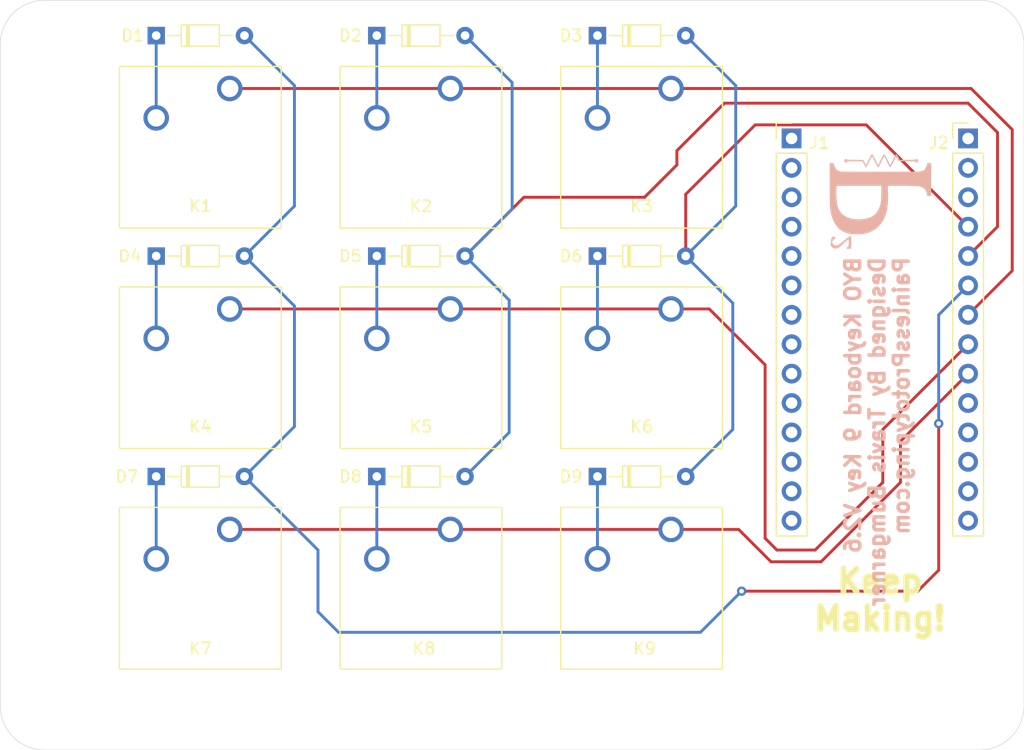
<source format=kicad_pcb>
(kicad_pcb (version 20171130) (host pcbnew "(5.1.6)-1")

  (general
    (thickness 1.6)
    (drawings 10)
    (tracks 78)
    (zones 0)
    (modules 25)
    (nets 38)
  )

  (page A4)
  (layers
    (0 F.Cu signal)
    (31 B.Cu signal)
    (32 B.Adhes user)
    (33 F.Adhes user)
    (34 B.Paste user)
    (35 F.Paste user)
    (36 B.SilkS user)
    (37 F.SilkS user)
    (38 B.Mask user)
    (39 F.Mask user)
    (40 Dwgs.User user)
    (41 Cmts.User user)
    (42 Eco1.User user)
    (43 Eco2.User user)
    (44 Edge.Cuts user)
    (45 Margin user)
    (46 B.CrtYd user hide)
    (47 F.CrtYd user hide)
    (48 B.Fab user)
    (49 F.Fab user hide)
  )

  (setup
    (last_trace_width 0.25)
    (trace_clearance 0.2)
    (zone_clearance 0.508)
    (zone_45_only no)
    (trace_min 0.2)
    (via_size 0.8)
    (via_drill 0.4)
    (via_min_size 0.4)
    (via_min_drill 0.3)
    (uvia_size 0.3)
    (uvia_drill 0.1)
    (uvias_allowed no)
    (uvia_min_size 0.2)
    (uvia_min_drill 0.1)
    (edge_width 0.05)
    (segment_width 0.2)
    (pcb_text_width 0.3)
    (pcb_text_size 1.5 1.5)
    (mod_edge_width 0.12)
    (mod_text_size 1 1)
    (mod_text_width 0.15)
    (pad_size 1.524 1.524)
    (pad_drill 0.762)
    (pad_to_mask_clearance 0.05)
    (aux_axis_origin 0 0)
    (visible_elements 7FFFFFFF)
    (pcbplotparams
      (layerselection 0x010fc_ffffffff)
      (usegerberextensions false)
      (usegerberattributes true)
      (usegerberadvancedattributes true)
      (creategerberjobfile true)
      (excludeedgelayer true)
      (linewidth 0.100000)
      (plotframeref false)
      (viasonmask false)
      (mode 1)
      (useauxorigin false)
      (hpglpennumber 1)
      (hpglpenspeed 20)
      (hpglpendiameter 15.000000)
      (psnegative false)
      (psa4output false)
      (plotreference true)
      (plotvalue true)
      (plotinvisibletext false)
      (padsonsilk false)
      (subtractmaskfromsilk false)
      (outputformat 1)
      (mirror false)
      (drillshape 0)
      (scaleselection 1)
      (outputdirectory "export/"))
  )

  (net 0 "")
  (net 1 "Net-(D1-Pad1)")
  (net 2 "Net-(D2-Pad1)")
  (net 3 "Net-(D3-Pad1)")
  (net 4 "Net-(D4-Pad1)")
  (net 5 "Net-(D5-Pad1)")
  (net 6 "Net-(D6-Pad1)")
  (net 7 "Net-(D3-Pad2)")
  (net 8 "Net-(D2-Pad2)")
  (net 9 "Net-(D1-Pad2)")
  (net 10 "Net-(J1-Pad14)")
  (net 11 "Net-(J1-Pad13)")
  (net 12 "Net-(J1-Pad12)")
  (net 13 "Net-(J1-Pad11)")
  (net 14 "Net-(J1-Pad10)")
  (net 15 "Net-(J1-Pad9)")
  (net 16 "Net-(J1-Pad8)")
  (net 17 "Net-(J1-Pad7)")
  (net 18 "Net-(J1-Pad6)")
  (net 19 "Net-(J1-Pad5)")
  (net 20 "Net-(J1-Pad4)")
  (net 21 "Net-(J1-Pad3)")
  (net 22 "Net-(J1-Pad2)")
  (net 23 "Net-(J1-Pad1)")
  (net 24 "Net-(J2-Pad14)")
  (net 25 "Net-(J2-Pad13)")
  (net 26 "Net-(J2-Pad12)")
  (net 27 "Net-(J2-Pad11)")
  (net 28 "Net-(J2-Pad10)")
  (net 29 "Net-(J2-Pad9)")
  (net 30 "Net-(J2-Pad8)")
  (net 31 "Net-(J2-Pad7)")
  (net 32 "Net-(J2-Pad3)")
  (net 33 "Net-(J2-Pad2)")
  (net 34 "Net-(J2-Pad1)")
  (net 35 "Net-(D7-Pad1)")
  (net 36 "Net-(D8-Pad1)")
  (net 37 "Net-(D9-Pad1)")

  (net_class Default "This is the default net class."
    (clearance 0.2)
    (trace_width 0.25)
    (via_dia 0.8)
    (via_drill 0.4)
    (uvia_dia 0.3)
    (uvia_drill 0.1)
    (add_net "Net-(D1-Pad1)")
    (add_net "Net-(D1-Pad2)")
    (add_net "Net-(D2-Pad1)")
    (add_net "Net-(D2-Pad2)")
    (add_net "Net-(D3-Pad1)")
    (add_net "Net-(D3-Pad2)")
    (add_net "Net-(D4-Pad1)")
    (add_net "Net-(D5-Pad1)")
    (add_net "Net-(D6-Pad1)")
    (add_net "Net-(D7-Pad1)")
    (add_net "Net-(D8-Pad1)")
    (add_net "Net-(D9-Pad1)")
    (add_net "Net-(J1-Pad1)")
    (add_net "Net-(J1-Pad10)")
    (add_net "Net-(J1-Pad11)")
    (add_net "Net-(J1-Pad12)")
    (add_net "Net-(J1-Pad13)")
    (add_net "Net-(J1-Pad14)")
    (add_net "Net-(J1-Pad2)")
    (add_net "Net-(J1-Pad3)")
    (add_net "Net-(J1-Pad4)")
    (add_net "Net-(J1-Pad5)")
    (add_net "Net-(J1-Pad6)")
    (add_net "Net-(J1-Pad7)")
    (add_net "Net-(J1-Pad8)")
    (add_net "Net-(J1-Pad9)")
    (add_net "Net-(J2-Pad1)")
    (add_net "Net-(J2-Pad10)")
    (add_net "Net-(J2-Pad11)")
    (add_net "Net-(J2-Pad12)")
    (add_net "Net-(J2-Pad13)")
    (add_net "Net-(J2-Pad14)")
    (add_net "Net-(J2-Pad2)")
    (add_net "Net-(J2-Pad3)")
    (add_net "Net-(J2-Pad7)")
    (add_net "Net-(J2-Pad8)")
    (add_net "Net-(J2-Pad9)")
  )

  (module Diode_THT:D_DO-34_SOD68_P7.62mm_Horizontal (layer F.Cu) (tedit 5AE50CD5) (tstamp 60247BD2)
    (at 138.176 70.866)
    (descr "Diode, DO-34_SOD68 series, Axial, Horizontal, pin pitch=7.62mm, , length*diameter=3.04*1.6mm^2, , https://www.nxp.com/docs/en/data-sheet/KTY83_SER.pdf")
    (tags "Diode DO-34_SOD68 series Axial Horizontal pin pitch 7.62mm  length 3.04mm diameter 1.6mm")
    (path /5FBE1BD6)
    (fp_text reference D2 (at -2.286 0) (layer F.SilkS)
      (effects (font (size 1 1) (thickness 0.15)))
    )
    (fp_text value DIODE (at 3.81 1.92) (layer F.Fab)
      (effects (font (size 1 1) (thickness 0.15)))
    )
    (fp_line (start 2.29 -0.8) (end 2.29 0.8) (layer F.Fab) (width 0.1))
    (fp_line (start 2.29 0.8) (end 5.33 0.8) (layer F.Fab) (width 0.1))
    (fp_line (start 5.33 0.8) (end 5.33 -0.8) (layer F.Fab) (width 0.1))
    (fp_line (start 5.33 -0.8) (end 2.29 -0.8) (layer F.Fab) (width 0.1))
    (fp_line (start 0 0) (end 2.29 0) (layer F.Fab) (width 0.1))
    (fp_line (start 7.62 0) (end 5.33 0) (layer F.Fab) (width 0.1))
    (fp_line (start 2.746 -0.8) (end 2.746 0.8) (layer F.Fab) (width 0.1))
    (fp_line (start 2.846 -0.8) (end 2.846 0.8) (layer F.Fab) (width 0.1))
    (fp_line (start 2.646 -0.8) (end 2.646 0.8) (layer F.Fab) (width 0.1))
    (fp_line (start 2.17 -0.92) (end 2.17 0.92) (layer F.SilkS) (width 0.12))
    (fp_line (start 2.17 0.92) (end 5.45 0.92) (layer F.SilkS) (width 0.12))
    (fp_line (start 5.45 0.92) (end 5.45 -0.92) (layer F.SilkS) (width 0.12))
    (fp_line (start 5.45 -0.92) (end 2.17 -0.92) (layer F.SilkS) (width 0.12))
    (fp_line (start 0.99 0) (end 2.17 0) (layer F.SilkS) (width 0.12))
    (fp_line (start 6.63 0) (end 5.45 0) (layer F.SilkS) (width 0.12))
    (fp_line (start 2.746 -0.92) (end 2.746 0.92) (layer F.SilkS) (width 0.12))
    (fp_line (start 2.866 -0.92) (end 2.866 0.92) (layer F.SilkS) (width 0.12))
    (fp_line (start 2.626 -0.92) (end 2.626 0.92) (layer F.SilkS) (width 0.12))
    (fp_line (start -1 -1.05) (end -1 1.05) (layer F.CrtYd) (width 0.05))
    (fp_line (start -1 1.05) (end 8.63 1.05) (layer F.CrtYd) (width 0.05))
    (fp_line (start 8.63 1.05) (end 8.63 -1.05) (layer F.CrtYd) (width 0.05))
    (fp_line (start 8.63 -1.05) (end -1 -1.05) (layer F.CrtYd) (width 0.05))
    (fp_text user K (at 0 -1.75) (layer F.Fab)
      (effects (font (size 1 1) (thickness 0.15)))
    )
    (fp_text user %R (at 4.038 0) (layer F.Fab)
      (effects (font (size 0.608 0.608) (thickness 0.0912)))
    )
    (pad 2 thru_hole oval (at 7.62 0) (size 1.5 1.5) (drill 0.75) (layers *.Cu *.Mask)
      (net 8 "Net-(D2-Pad2)"))
    (pad 1 thru_hole rect (at 0 0) (size 1.5 1.5) (drill 0.75) (layers *.Cu *.Mask)
      (net 2 "Net-(D2-Pad1)"))
    (model ${KISYS3DMOD}/Diode_THT.3dshapes/D_DO-34_SOD68_P7.62mm_Horizontal.wrl
      (at (xyz 0 0 0))
      (scale (xyz 1 1 1))
      (rotate (xyz 0 0 0))
    )
  )

  (module Button_Switch_Keyboard:SW_Cherry_MX_1.00u_PCB (layer F.Cu) (tedit 5A02FE24) (tstamp 601D8378)
    (at 163.576 113.538)
    (descr "Cherry MX keyswitch, 1.00u, PCB mount, http://cherryamericas.com/wp-content/uploads/2014/12/mx_cat.pdf")
    (tags "Cherry MX keyswitch 1.00u PCB")
    (path /601DEB39)
    (fp_text reference K9 (at -2.286 10.287) (layer F.SilkS)
      (effects (font (size 1 1) (thickness 0.15)))
    )
    (fp_text value KEYSW (at -2.54 12.954) (layer F.Fab)
      (effects (font (size 1 1) (thickness 0.15)))
    )
    (fp_line (start -9.525 12.065) (end -9.525 -1.905) (layer F.SilkS) (width 0.12))
    (fp_line (start 4.445 12.065) (end -9.525 12.065) (layer F.SilkS) (width 0.12))
    (fp_line (start 4.445 -1.905) (end 4.445 12.065) (layer F.SilkS) (width 0.12))
    (fp_line (start -9.525 -1.905) (end 4.445 -1.905) (layer F.SilkS) (width 0.12))
    (fp_line (start -12.065 14.605) (end -12.065 -4.445) (layer Dwgs.User) (width 0.15))
    (fp_line (start 6.985 14.605) (end -12.065 14.605) (layer Dwgs.User) (width 0.15))
    (fp_line (start 6.985 -4.445) (end 6.985 14.605) (layer Dwgs.User) (width 0.15))
    (fp_line (start -12.065 -4.445) (end 6.985 -4.445) (layer Dwgs.User) (width 0.15))
    (fp_line (start -9.14 -1.52) (end 4.06 -1.52) (layer F.CrtYd) (width 0.05))
    (fp_line (start 4.06 -1.52) (end 4.06 11.68) (layer F.CrtYd) (width 0.05))
    (fp_line (start 4.06 11.68) (end -9.14 11.68) (layer F.CrtYd) (width 0.05))
    (fp_line (start -9.14 11.68) (end -9.14 -1.52) (layer F.CrtYd) (width 0.05))
    (fp_line (start -8.89 11.43) (end -8.89 -1.27) (layer F.Fab) (width 0.1))
    (fp_line (start 3.81 11.43) (end -8.89 11.43) (layer F.Fab) (width 0.1))
    (fp_line (start 3.81 -1.27) (end 3.81 11.43) (layer F.Fab) (width 0.1))
    (fp_line (start -8.89 -1.27) (end 3.81 -1.27) (layer F.Fab) (width 0.1))
    (fp_text user %R (at -2.54 -2.794) (layer F.Fab)
      (effects (font (size 1 1) (thickness 0.15)))
    )
    (pad "" np_thru_hole circle (at 2.54 5.08) (size 1.7 1.7) (drill 1.7) (layers *.Cu *.Mask))
    (pad "" np_thru_hole circle (at -7.62 5.08) (size 1.7 1.7) (drill 1.7) (layers *.Cu *.Mask))
    (pad "" np_thru_hole circle (at -2.54 5.08) (size 4 4) (drill 4) (layers *.Cu *.Mask))
    (pad 2 thru_hole circle (at -6.35 2.54) (size 2.2 2.2) (drill 1.5) (layers *.Cu *.Mask)
      (net 37 "Net-(D9-Pad1)"))
    (pad 1 thru_hole circle (at 0 0) (size 2.2 2.2) (drill 1.5) (layers *.Cu *.Mask)
      (net 29 "Net-(J2-Pad9)"))
    (model ${KISYS3DMOD}/Button_Switch_Keyboard.3dshapes/SW_Cherry_MX_1.00u_PCB.wrl
      (at (xyz 0 0 0))
      (scale (xyz 1 1 1))
      (rotate (xyz 0 0 0))
    )
  )

  (module Button_Switch_Keyboard:SW_Cherry_MX_1.00u_PCB (layer F.Cu) (tedit 5A02FE24) (tstamp 601D835E)
    (at 144.526 113.538)
    (descr "Cherry MX keyswitch, 1.00u, PCB mount, http://cherryamericas.com/wp-content/uploads/2014/12/mx_cat.pdf")
    (tags "Cherry MX keyswitch 1.00u PCB")
    (path /601DEB3F)
    (fp_text reference K8 (at -2.286 10.287) (layer F.SilkS)
      (effects (font (size 1 1) (thickness 0.15)))
    )
    (fp_text value KEYSW (at -2.54 12.954) (layer F.Fab)
      (effects (font (size 1 1) (thickness 0.15)))
    )
    (fp_line (start -9.525 12.065) (end -9.525 -1.905) (layer F.SilkS) (width 0.12))
    (fp_line (start 4.445 12.065) (end -9.525 12.065) (layer F.SilkS) (width 0.12))
    (fp_line (start 4.445 -1.905) (end 4.445 12.065) (layer F.SilkS) (width 0.12))
    (fp_line (start -9.525 -1.905) (end 4.445 -1.905) (layer F.SilkS) (width 0.12))
    (fp_line (start -12.065 14.605) (end -12.065 -4.445) (layer Dwgs.User) (width 0.15))
    (fp_line (start 6.985 14.605) (end -12.065 14.605) (layer Dwgs.User) (width 0.15))
    (fp_line (start 6.985 -4.445) (end 6.985 14.605) (layer Dwgs.User) (width 0.15))
    (fp_line (start -12.065 -4.445) (end 6.985 -4.445) (layer Dwgs.User) (width 0.15))
    (fp_line (start -9.14 -1.52) (end 4.06 -1.52) (layer F.CrtYd) (width 0.05))
    (fp_line (start 4.06 -1.52) (end 4.06 11.68) (layer F.CrtYd) (width 0.05))
    (fp_line (start 4.06 11.68) (end -9.14 11.68) (layer F.CrtYd) (width 0.05))
    (fp_line (start -9.14 11.68) (end -9.14 -1.52) (layer F.CrtYd) (width 0.05))
    (fp_line (start -8.89 11.43) (end -8.89 -1.27) (layer F.Fab) (width 0.1))
    (fp_line (start 3.81 11.43) (end -8.89 11.43) (layer F.Fab) (width 0.1))
    (fp_line (start 3.81 -1.27) (end 3.81 11.43) (layer F.Fab) (width 0.1))
    (fp_line (start -8.89 -1.27) (end 3.81 -1.27) (layer F.Fab) (width 0.1))
    (fp_text user %R (at -2.54 -2.794) (layer F.Fab)
      (effects (font (size 1 1) (thickness 0.15)))
    )
    (pad "" np_thru_hole circle (at 2.54 5.08) (size 1.7 1.7) (drill 1.7) (layers *.Cu *.Mask))
    (pad "" np_thru_hole circle (at -7.62 5.08) (size 1.7 1.7) (drill 1.7) (layers *.Cu *.Mask))
    (pad "" np_thru_hole circle (at -2.54 5.08) (size 4 4) (drill 4) (layers *.Cu *.Mask))
    (pad 2 thru_hole circle (at -6.35 2.54) (size 2.2 2.2) (drill 1.5) (layers *.Cu *.Mask)
      (net 36 "Net-(D8-Pad1)"))
    (pad 1 thru_hole circle (at 0 0) (size 2.2 2.2) (drill 1.5) (layers *.Cu *.Mask)
      (net 29 "Net-(J2-Pad9)"))
    (model ${KISYS3DMOD}/Button_Switch_Keyboard.3dshapes/SW_Cherry_MX_1.00u_PCB.wrl
      (at (xyz 0 0 0))
      (scale (xyz 1 1 1))
      (rotate (xyz 0 0 0))
    )
  )

  (module Button_Switch_Keyboard:SW_Cherry_MX_1.00u_PCB (layer F.Cu) (tedit 5A02FE24) (tstamp 601D8344)
    (at 125.476 113.538)
    (descr "Cherry MX keyswitch, 1.00u, PCB mount, http://cherryamericas.com/wp-content/uploads/2014/12/mx_cat.pdf")
    (tags "Cherry MX keyswitch 1.00u PCB")
    (path /601DEB33)
    (fp_text reference K7 (at -2.54 10.287) (layer F.SilkS)
      (effects (font (size 1 1) (thickness 0.15)))
    )
    (fp_text value KEYSW (at -2.54 12.954) (layer F.Fab)
      (effects (font (size 1 1) (thickness 0.15)))
    )
    (fp_line (start -9.525 12.065) (end -9.525 -1.905) (layer F.SilkS) (width 0.12))
    (fp_line (start 4.445 12.065) (end -9.525 12.065) (layer F.SilkS) (width 0.12))
    (fp_line (start 4.445 -1.905) (end 4.445 12.065) (layer F.SilkS) (width 0.12))
    (fp_line (start -9.525 -1.905) (end 4.445 -1.905) (layer F.SilkS) (width 0.12))
    (fp_line (start -12.065 14.605) (end -12.065 -4.445) (layer Dwgs.User) (width 0.15))
    (fp_line (start 6.985 14.605) (end -12.065 14.605) (layer Dwgs.User) (width 0.15))
    (fp_line (start 6.985 -4.445) (end 6.985 14.605) (layer Dwgs.User) (width 0.15))
    (fp_line (start -12.065 -4.445) (end 6.985 -4.445) (layer Dwgs.User) (width 0.15))
    (fp_line (start -9.14 -1.52) (end 4.06 -1.52) (layer F.CrtYd) (width 0.05))
    (fp_line (start 4.06 -1.52) (end 4.06 11.68) (layer F.CrtYd) (width 0.05))
    (fp_line (start 4.06 11.68) (end -9.14 11.68) (layer F.CrtYd) (width 0.05))
    (fp_line (start -9.14 11.68) (end -9.14 -1.52) (layer F.CrtYd) (width 0.05))
    (fp_line (start -8.89 11.43) (end -8.89 -1.27) (layer F.Fab) (width 0.1))
    (fp_line (start 3.81 11.43) (end -8.89 11.43) (layer F.Fab) (width 0.1))
    (fp_line (start 3.81 -1.27) (end 3.81 11.43) (layer F.Fab) (width 0.1))
    (fp_line (start -8.89 -1.27) (end 3.81 -1.27) (layer F.Fab) (width 0.1))
    (fp_text user %R (at -2.54 -2.794) (layer F.Fab)
      (effects (font (size 1 1) (thickness 0.15)))
    )
    (pad "" np_thru_hole circle (at 2.54 5.08) (size 1.7 1.7) (drill 1.7) (layers *.Cu *.Mask))
    (pad "" np_thru_hole circle (at -7.62 5.08) (size 1.7 1.7) (drill 1.7) (layers *.Cu *.Mask))
    (pad "" np_thru_hole circle (at -2.54 5.08) (size 4 4) (drill 4) (layers *.Cu *.Mask))
    (pad 2 thru_hole circle (at -6.35 2.54) (size 2.2 2.2) (drill 1.5) (layers *.Cu *.Mask)
      (net 35 "Net-(D7-Pad1)"))
    (pad 1 thru_hole circle (at 0 0) (size 2.2 2.2) (drill 1.5) (layers *.Cu *.Mask)
      (net 29 "Net-(J2-Pad9)"))
    (model ${KISYS3DMOD}/Button_Switch_Keyboard.3dshapes/SW_Cherry_MX_1.00u_PCB.wrl
      (at (xyz 0 0 0))
      (scale (xyz 1 1 1))
      (rotate (xyz 0 0 0))
    )
  )

  (module Diode_THT:D_DO-34_SOD68_P7.62mm_Horizontal (layer F.Cu) (tedit 5AE50CD5) (tstamp 60247D21)
    (at 157.226 108.966)
    (descr "Diode, DO-34_SOD68 series, Axial, Horizontal, pin pitch=7.62mm, , length*diameter=3.04*1.6mm^2, , https://www.nxp.com/docs/en/data-sheet/KTY83_SER.pdf")
    (tags "Diode DO-34_SOD68 series Axial Horizontal pin pitch 7.62mm  length 3.04mm diameter 1.6mm")
    (path /601DEB51)
    (fp_text reference D9 (at -2.286 0) (layer F.SilkS)
      (effects (font (size 1 1) (thickness 0.15)))
    )
    (fp_text value DIODE (at 3.81 1.92) (layer F.Fab)
      (effects (font (size 1 1) (thickness 0.15)))
    )
    (fp_line (start 8.63 -1.05) (end -1 -1.05) (layer F.CrtYd) (width 0.05))
    (fp_line (start 8.63 1.05) (end 8.63 -1.05) (layer F.CrtYd) (width 0.05))
    (fp_line (start -1 1.05) (end 8.63 1.05) (layer F.CrtYd) (width 0.05))
    (fp_line (start -1 -1.05) (end -1 1.05) (layer F.CrtYd) (width 0.05))
    (fp_line (start 2.626 -0.92) (end 2.626 0.92) (layer F.SilkS) (width 0.12))
    (fp_line (start 2.866 -0.92) (end 2.866 0.92) (layer F.SilkS) (width 0.12))
    (fp_line (start 2.746 -0.92) (end 2.746 0.92) (layer F.SilkS) (width 0.12))
    (fp_line (start 6.63 0) (end 5.45 0) (layer F.SilkS) (width 0.12))
    (fp_line (start 0.99 0) (end 2.17 0) (layer F.SilkS) (width 0.12))
    (fp_line (start 5.45 -0.92) (end 2.17 -0.92) (layer F.SilkS) (width 0.12))
    (fp_line (start 5.45 0.92) (end 5.45 -0.92) (layer F.SilkS) (width 0.12))
    (fp_line (start 2.17 0.92) (end 5.45 0.92) (layer F.SilkS) (width 0.12))
    (fp_line (start 2.17 -0.92) (end 2.17 0.92) (layer F.SilkS) (width 0.12))
    (fp_line (start 2.646 -0.8) (end 2.646 0.8) (layer F.Fab) (width 0.1))
    (fp_line (start 2.846 -0.8) (end 2.846 0.8) (layer F.Fab) (width 0.1))
    (fp_line (start 2.746 -0.8) (end 2.746 0.8) (layer F.Fab) (width 0.1))
    (fp_line (start 7.62 0) (end 5.33 0) (layer F.Fab) (width 0.1))
    (fp_line (start 0 0) (end 2.29 0) (layer F.Fab) (width 0.1))
    (fp_line (start 5.33 -0.8) (end 2.29 -0.8) (layer F.Fab) (width 0.1))
    (fp_line (start 5.33 0.8) (end 5.33 -0.8) (layer F.Fab) (width 0.1))
    (fp_line (start 2.29 0.8) (end 5.33 0.8) (layer F.Fab) (width 0.1))
    (fp_line (start 2.29 -0.8) (end 2.29 0.8) (layer F.Fab) (width 0.1))
    (fp_text user K (at 0 -1.75) (layer F.Fab)
      (effects (font (size 1 1) (thickness 0.15)))
    )
    (fp_text user %R (at 4.038 0) (layer F.Fab)
      (effects (font (size 0.608 0.608) (thickness 0.0912)))
    )
    (pad 2 thru_hole oval (at 7.62 0) (size 1.5 1.5) (drill 0.75) (layers *.Cu *.Mask)
      (net 7 "Net-(D3-Pad2)"))
    (pad 1 thru_hole rect (at 0 0) (size 1.5 1.5) (drill 0.75) (layers *.Cu *.Mask)
      (net 37 "Net-(D9-Pad1)"))
    (model ${KISYS3DMOD}/Diode_THT.3dshapes/D_DO-34_SOD68_P7.62mm_Horizontal.wrl
      (at (xyz 0 0 0))
      (scale (xyz 1 1 1))
      (rotate (xyz 0 0 0))
    )
  )

  (module Diode_THT:D_DO-34_SOD68_P7.62mm_Horizontal (layer F.Cu) (tedit 5AE50CD5) (tstamp 601DB19A)
    (at 138.176 108.966)
    (descr "Diode, DO-34_SOD68 series, Axial, Horizontal, pin pitch=7.62mm, , length*diameter=3.04*1.6mm^2, , https://www.nxp.com/docs/en/data-sheet/KTY83_SER.pdf")
    (tags "Diode DO-34_SOD68 series Axial Horizontal pin pitch 7.62mm  length 3.04mm diameter 1.6mm")
    (path /601DEB4B)
    (fp_text reference D8 (at -2.286 0) (layer F.SilkS)
      (effects (font (size 1 1) (thickness 0.15)))
    )
    (fp_text value DIODE (at 3.81 1.92) (layer F.Fab)
      (effects (font (size 1 1) (thickness 0.15)))
    )
    (fp_line (start 8.63 -1.05) (end -1 -1.05) (layer F.CrtYd) (width 0.05))
    (fp_line (start 8.63 1.05) (end 8.63 -1.05) (layer F.CrtYd) (width 0.05))
    (fp_line (start -1 1.05) (end 8.63 1.05) (layer F.CrtYd) (width 0.05))
    (fp_line (start -1 -1.05) (end -1 1.05) (layer F.CrtYd) (width 0.05))
    (fp_line (start 2.626 -0.92) (end 2.626 0.92) (layer F.SilkS) (width 0.12))
    (fp_line (start 2.866 -0.92) (end 2.866 0.92) (layer F.SilkS) (width 0.12))
    (fp_line (start 2.746 -0.92) (end 2.746 0.92) (layer F.SilkS) (width 0.12))
    (fp_line (start 6.63 0) (end 5.45 0) (layer F.SilkS) (width 0.12))
    (fp_line (start 0.99 0) (end 2.17 0) (layer F.SilkS) (width 0.12))
    (fp_line (start 5.45 -0.92) (end 2.17 -0.92) (layer F.SilkS) (width 0.12))
    (fp_line (start 5.45 0.92) (end 5.45 -0.92) (layer F.SilkS) (width 0.12))
    (fp_line (start 2.17 0.92) (end 5.45 0.92) (layer F.SilkS) (width 0.12))
    (fp_line (start 2.17 -0.92) (end 2.17 0.92) (layer F.SilkS) (width 0.12))
    (fp_line (start 2.646 -0.8) (end 2.646 0.8) (layer F.Fab) (width 0.1))
    (fp_line (start 2.846 -0.8) (end 2.846 0.8) (layer F.Fab) (width 0.1))
    (fp_line (start 2.746 -0.8) (end 2.746 0.8) (layer F.Fab) (width 0.1))
    (fp_line (start 7.62 0) (end 5.33 0) (layer F.Fab) (width 0.1))
    (fp_line (start 0 0) (end 2.29 0) (layer F.Fab) (width 0.1))
    (fp_line (start 5.33 -0.8) (end 2.29 -0.8) (layer F.Fab) (width 0.1))
    (fp_line (start 5.33 0.8) (end 5.33 -0.8) (layer F.Fab) (width 0.1))
    (fp_line (start 2.29 0.8) (end 5.33 0.8) (layer F.Fab) (width 0.1))
    (fp_line (start 2.29 -0.8) (end 2.29 0.8) (layer F.Fab) (width 0.1))
    (fp_text user K (at 0 -1.75) (layer F.Fab)
      (effects (font (size 1 1) (thickness 0.15)))
    )
    (fp_text user %R (at 4.038 0) (layer F.Fab)
      (effects (font (size 0.608 0.608) (thickness 0.0912)))
    )
    (pad 2 thru_hole oval (at 7.62 0) (size 1.5 1.5) (drill 0.75) (layers *.Cu *.Mask)
      (net 8 "Net-(D2-Pad2)"))
    (pad 1 thru_hole rect (at 0 0) (size 1.5 1.5) (drill 0.75) (layers *.Cu *.Mask)
      (net 36 "Net-(D8-Pad1)"))
    (model ${KISYS3DMOD}/Diode_THT.3dshapes/D_DO-34_SOD68_P7.62mm_Horizontal.wrl
      (at (xyz 0 0 0))
      (scale (xyz 1 1 1))
      (rotate (xyz 0 0 0))
    )
  )

  (module Diode_THT:D_DO-34_SOD68_P7.62mm_Horizontal (layer F.Cu) (tedit 5AE50CD5) (tstamp 60247DD7)
    (at 119.126 108.966)
    (descr "Diode, DO-34_SOD68 series, Axial, Horizontal, pin pitch=7.62mm, , length*diameter=3.04*1.6mm^2, , https://www.nxp.com/docs/en/data-sheet/KTY83_SER.pdf")
    (tags "Diode DO-34_SOD68 series Axial Horizontal pin pitch 7.62mm  length 3.04mm diameter 1.6mm")
    (path /601DEB45)
    (fp_text reference D7 (at -2.54 0) (layer F.SilkS)
      (effects (font (size 1 1) (thickness 0.15)))
    )
    (fp_text value DIODE (at 3.81 1.92) (layer F.Fab)
      (effects (font (size 1 1) (thickness 0.15)))
    )
    (fp_line (start 8.63 -1.05) (end -1 -1.05) (layer F.CrtYd) (width 0.05))
    (fp_line (start 8.63 1.05) (end 8.63 -1.05) (layer F.CrtYd) (width 0.05))
    (fp_line (start -1 1.05) (end 8.63 1.05) (layer F.CrtYd) (width 0.05))
    (fp_line (start -1 -1.05) (end -1 1.05) (layer F.CrtYd) (width 0.05))
    (fp_line (start 2.626 -0.92) (end 2.626 0.92) (layer F.SilkS) (width 0.12))
    (fp_line (start 2.866 -0.92) (end 2.866 0.92) (layer F.SilkS) (width 0.12))
    (fp_line (start 2.746 -0.92) (end 2.746 0.92) (layer F.SilkS) (width 0.12))
    (fp_line (start 6.63 0) (end 5.45 0) (layer F.SilkS) (width 0.12))
    (fp_line (start 0.99 0) (end 2.17 0) (layer F.SilkS) (width 0.12))
    (fp_line (start 5.45 -0.92) (end 2.17 -0.92) (layer F.SilkS) (width 0.12))
    (fp_line (start 5.45 0.92) (end 5.45 -0.92) (layer F.SilkS) (width 0.12))
    (fp_line (start 2.17 0.92) (end 5.45 0.92) (layer F.SilkS) (width 0.12))
    (fp_line (start 2.17 -0.92) (end 2.17 0.92) (layer F.SilkS) (width 0.12))
    (fp_line (start 2.646 -0.8) (end 2.646 0.8) (layer F.Fab) (width 0.1))
    (fp_line (start 2.846 -0.8) (end 2.846 0.8) (layer F.Fab) (width 0.1))
    (fp_line (start 2.746 -0.8) (end 2.746 0.8) (layer F.Fab) (width 0.1))
    (fp_line (start 7.62 0) (end 5.33 0) (layer F.Fab) (width 0.1))
    (fp_line (start 0 0) (end 2.29 0) (layer F.Fab) (width 0.1))
    (fp_line (start 5.33 -0.8) (end 2.29 -0.8) (layer F.Fab) (width 0.1))
    (fp_line (start 5.33 0.8) (end 5.33 -0.8) (layer F.Fab) (width 0.1))
    (fp_line (start 2.29 0.8) (end 5.33 0.8) (layer F.Fab) (width 0.1))
    (fp_line (start 2.29 -0.8) (end 2.29 0.8) (layer F.Fab) (width 0.1))
    (fp_text user K (at 0 -1.75) (layer F.Fab)
      (effects (font (size 1 1) (thickness 0.15)))
    )
    (fp_text user %R (at 4.038 0) (layer F.Fab)
      (effects (font (size 0.608 0.608) (thickness 0.0912)))
    )
    (pad 2 thru_hole oval (at 7.62 0) (size 1.5 1.5) (drill 0.75) (layers *.Cu *.Mask)
      (net 9 "Net-(D1-Pad2)"))
    (pad 1 thru_hole rect (at 0 0) (size 1.5 1.5) (drill 0.75) (layers *.Cu *.Mask)
      (net 35 "Net-(D7-Pad1)"))
    (model ${KISYS3DMOD}/Diode_THT.3dshapes/D_DO-34_SOD68_P7.62mm_Horizontal.wrl
      (at (xyz 0 0 0))
      (scale (xyz 1 1 1))
      (rotate (xyz 0 0 0))
    )
  )

  (module Button_Switch_Keyboard:SW_Cherry_MX_1.00u_PCB (layer F.Cu) (tedit 5A02FE24) (tstamp 5FBCA764)
    (at 144.526 75.438)
    (descr "Cherry MX keyswitch, 1.00u, PCB mount, http://cherryamericas.com/wp-content/uploads/2014/12/mx_cat.pdf")
    (tags "Cherry MX keyswitch 1.00u PCB")
    (path /5FBCE21E)
    (fp_text reference K2 (at -2.54 10.16) (layer F.SilkS)
      (effects (font (size 1 1) (thickness 0.15)))
    )
    (fp_text value KEYSW (at -2.54 8.89) (layer F.Fab)
      (effects (font (size 1 1) (thickness 0.15)))
    )
    (fp_line (start -8.89 -1.27) (end 3.81 -1.27) (layer F.Fab) (width 0.1))
    (fp_line (start 3.81 -1.27) (end 3.81 11.43) (layer F.Fab) (width 0.1))
    (fp_line (start 3.81 11.43) (end -8.89 11.43) (layer F.Fab) (width 0.1))
    (fp_line (start -8.89 11.43) (end -8.89 -1.27) (layer F.Fab) (width 0.1))
    (fp_line (start -9.14 11.68) (end -9.14 -1.52) (layer F.CrtYd) (width 0.05))
    (fp_line (start 4.06 11.68) (end -9.14 11.68) (layer F.CrtYd) (width 0.05))
    (fp_line (start 4.06 -1.52) (end 4.06 11.68) (layer F.CrtYd) (width 0.05))
    (fp_line (start -9.14 -1.52) (end 4.06 -1.52) (layer F.CrtYd) (width 0.05))
    (fp_line (start -12.065 -4.445) (end 6.985 -4.445) (layer Dwgs.User) (width 0.15))
    (fp_line (start 6.985 -4.445) (end 6.985 14.605) (layer Dwgs.User) (width 0.15))
    (fp_line (start 6.985 14.605) (end -12.065 14.605) (layer Dwgs.User) (width 0.15))
    (fp_line (start -12.065 14.605) (end -12.065 -4.445) (layer Dwgs.User) (width 0.15))
    (fp_line (start -9.525 -1.905) (end 4.445 -1.905) (layer F.SilkS) (width 0.12))
    (fp_line (start 4.445 -1.905) (end 4.445 12.065) (layer F.SilkS) (width 0.12))
    (fp_line (start 4.445 12.065) (end -9.525 12.065) (layer F.SilkS) (width 0.12))
    (fp_line (start -9.525 12.065) (end -9.525 -1.905) (layer F.SilkS) (width 0.12))
    (pad "" np_thru_hole circle (at 2.54 5.08) (size 1.7 1.7) (drill 1.7) (layers *.Cu *.Mask))
    (pad "" np_thru_hole circle (at -7.62 5.08) (size 1.7 1.7) (drill 1.7) (layers *.Cu *.Mask))
    (pad "" np_thru_hole circle (at -2.54 5.08) (size 4 4) (drill 4) (layers *.Cu *.Mask))
    (pad 2 thru_hole circle (at -6.35 2.54) (size 2.2 2.2) (drill 1.5) (layers *.Cu *.Mask)
      (net 2 "Net-(D2-Pad1)"))
    (pad 1 thru_hole circle (at 0 0) (size 2.2 2.2) (drill 1.5) (layers *.Cu *.Mask)
      (net 31 "Net-(J2-Pad7)"))
    (model ${KISYS3DMOD}/Button_Switch_Keyboard.3dshapes/SW_Cherry_MX_1.00u_PCB.wrl
      (at (xyz 0 0 0))
      (scale (xyz 1 1 1))
      (rotate (xyz 0 0 0))
    )
  )

  (module Button_Switch_Keyboard:SW_Cherry_MX_1.00u_PCB (layer F.Cu) (tedit 5A02FE24) (tstamp 60247843)
    (at 163.576 94.488)
    (descr "Cherry MX keyswitch, 1.00u, PCB mount, http://cherryamericas.com/wp-content/uploads/2014/12/mx_cat.pdf")
    (tags "Cherry MX keyswitch 1.00u PCB")
    (path /5FBCF028)
    (fp_text reference K6 (at -2.54 10.16) (layer F.SilkS)
      (effects (font (size 1 1) (thickness 0.15)))
    )
    (fp_text value KEYSW (at -2.54 8.89) (layer F.Fab)
      (effects (font (size 1 1) (thickness 0.15)))
    )
    (fp_line (start -8.89 -1.27) (end 3.81 -1.27) (layer F.Fab) (width 0.1))
    (fp_line (start 3.81 -1.27) (end 3.81 11.43) (layer F.Fab) (width 0.1))
    (fp_line (start 3.81 11.43) (end -8.89 11.43) (layer F.Fab) (width 0.1))
    (fp_line (start -8.89 11.43) (end -8.89 -1.27) (layer F.Fab) (width 0.1))
    (fp_line (start -9.14 11.68) (end -9.14 -1.52) (layer F.CrtYd) (width 0.05))
    (fp_line (start 4.06 11.68) (end -9.14 11.68) (layer F.CrtYd) (width 0.05))
    (fp_line (start 4.06 -1.52) (end 4.06 11.68) (layer F.CrtYd) (width 0.05))
    (fp_line (start -9.14 -1.52) (end 4.06 -1.52) (layer F.CrtYd) (width 0.05))
    (fp_line (start -12.065 -4.445) (end 6.985 -4.445) (layer Dwgs.User) (width 0.15))
    (fp_line (start 6.985 -4.445) (end 6.985 14.605) (layer Dwgs.User) (width 0.15))
    (fp_line (start 6.985 14.605) (end -12.065 14.605) (layer Dwgs.User) (width 0.15))
    (fp_line (start -12.065 14.605) (end -12.065 -4.445) (layer Dwgs.User) (width 0.15))
    (fp_line (start -9.525 -1.905) (end 4.445 -1.905) (layer F.SilkS) (width 0.12))
    (fp_line (start 4.445 -1.905) (end 4.445 12.065) (layer F.SilkS) (width 0.12))
    (fp_line (start 4.445 12.065) (end -9.525 12.065) (layer F.SilkS) (width 0.12))
    (fp_line (start -9.525 12.065) (end -9.525 -1.905) (layer F.SilkS) (width 0.12))
    (pad "" np_thru_hole circle (at 2.54 5.08) (size 1.7 1.7) (drill 1.7) (layers *.Cu *.Mask))
    (pad "" np_thru_hole circle (at -7.62 5.08) (size 1.7 1.7) (drill 1.7) (layers *.Cu *.Mask))
    (pad "" np_thru_hole circle (at -2.54 5.08) (size 4 4) (drill 4) (layers *.Cu *.Mask))
    (pad 2 thru_hole circle (at -6.35 2.54) (size 2.2 2.2) (drill 1.5) (layers *.Cu *.Mask)
      (net 6 "Net-(D6-Pad1)"))
    (pad 1 thru_hole circle (at 0 0) (size 2.2 2.2) (drill 1.5) (layers *.Cu *.Mask)
      (net 30 "Net-(J2-Pad8)"))
    (model ${KISYS3DMOD}/Button_Switch_Keyboard.3dshapes/SW_Cherry_MX_1.00u_PCB.wrl
      (at (xyz 0 0 0))
      (scale (xyz 1 1 1))
      (rotate (xyz 0 0 0))
    )
  )

  (module Button_Switch_Keyboard:SW_Cherry_MX_1.00u_PCB (layer F.Cu) (tedit 5A02FE24) (tstamp 5FD84C16)
    (at 144.526 94.488)
    (descr "Cherry MX keyswitch, 1.00u, PCB mount, http://cherryamericas.com/wp-content/uploads/2014/12/mx_cat.pdf")
    (tags "Cherry MX keyswitch 1.00u PCB")
    (path /5FBCED0A)
    (fp_text reference K5 (at -2.54 10.16) (layer F.SilkS)
      (effects (font (size 1 1) (thickness 0.15)))
    )
    (fp_text value KEYSW (at -2.54 8.89) (layer F.Fab)
      (effects (font (size 1 1) (thickness 0.15)))
    )
    (fp_line (start -9.525 12.065) (end -9.525 -1.905) (layer F.SilkS) (width 0.12))
    (fp_line (start 4.445 12.065) (end -9.525 12.065) (layer F.SilkS) (width 0.12))
    (fp_line (start 4.445 -1.905) (end 4.445 12.065) (layer F.SilkS) (width 0.12))
    (fp_line (start -9.525 -1.905) (end 4.445 -1.905) (layer F.SilkS) (width 0.12))
    (fp_line (start -12.065 14.605) (end -12.065 -4.445) (layer Dwgs.User) (width 0.15))
    (fp_line (start 6.985 14.605) (end -12.065 14.605) (layer Dwgs.User) (width 0.15))
    (fp_line (start 6.985 -4.445) (end 6.985 14.605) (layer Dwgs.User) (width 0.15))
    (fp_line (start -12.065 -4.445) (end 6.985 -4.445) (layer Dwgs.User) (width 0.15))
    (fp_line (start -9.14 -1.52) (end 4.06 -1.52) (layer F.CrtYd) (width 0.05))
    (fp_line (start 4.06 -1.52) (end 4.06 11.68) (layer F.CrtYd) (width 0.05))
    (fp_line (start 4.06 11.68) (end -9.14 11.68) (layer F.CrtYd) (width 0.05))
    (fp_line (start -9.14 11.68) (end -9.14 -1.52) (layer F.CrtYd) (width 0.05))
    (fp_line (start -8.89 11.43) (end -8.89 -1.27) (layer F.Fab) (width 0.1))
    (fp_line (start 3.81 11.43) (end -8.89 11.43) (layer F.Fab) (width 0.1))
    (fp_line (start 3.81 -1.27) (end 3.81 11.43) (layer F.Fab) (width 0.1))
    (fp_line (start -8.89 -1.27) (end 3.81 -1.27) (layer F.Fab) (width 0.1))
    (pad 1 thru_hole circle (at 0 0) (size 2.2 2.2) (drill 1.5) (layers *.Cu *.Mask)
      (net 30 "Net-(J2-Pad8)"))
    (pad 2 thru_hole circle (at -6.35 2.54) (size 2.2 2.2) (drill 1.5) (layers *.Cu *.Mask)
      (net 5 "Net-(D5-Pad1)"))
    (pad "" np_thru_hole circle (at -2.54 5.08) (size 4 4) (drill 4) (layers *.Cu *.Mask))
    (pad "" np_thru_hole circle (at -7.62 5.08) (size 1.7 1.7) (drill 1.7) (layers *.Cu *.Mask))
    (pad "" np_thru_hole circle (at 2.54 5.08) (size 1.7 1.7) (drill 1.7) (layers *.Cu *.Mask))
    (model ${KISYS3DMOD}/Button_Switch_Keyboard.3dshapes/SW_Cherry_MX_1.00u_PCB.wrl
      (at (xyz 0 0 0))
      (scale (xyz 1 1 1))
      (rotate (xyz 0 0 0))
    )
  )

  (module Button_Switch_Keyboard:SW_Cherry_MX_1.00u_PCB (layer F.Cu) (tedit 5A02FE24) (tstamp 5FBCA77E)
    (at 163.576 75.438)
    (descr "Cherry MX keyswitch, 1.00u, PCB mount, http://cherryamericas.com/wp-content/uploads/2014/12/mx_cat.pdf")
    (tags "Cherry MX keyswitch 1.00u PCB")
    (path /5FBCE5B3)
    (fp_text reference K3 (at -2.54 10.16) (layer F.SilkS)
      (effects (font (size 1 1) (thickness 0.15)))
    )
    (fp_text value KEYSW (at -2.54 8.89) (layer F.Fab)
      (effects (font (size 1 1) (thickness 0.15)))
    )
    (fp_line (start -8.89 -1.27) (end 3.81 -1.27) (layer F.Fab) (width 0.1))
    (fp_line (start 3.81 -1.27) (end 3.81 11.43) (layer F.Fab) (width 0.1))
    (fp_line (start 3.81 11.43) (end -8.89 11.43) (layer F.Fab) (width 0.1))
    (fp_line (start -8.89 11.43) (end -8.89 -1.27) (layer F.Fab) (width 0.1))
    (fp_line (start -9.14 11.68) (end -9.14 -1.52) (layer F.CrtYd) (width 0.05))
    (fp_line (start 4.06 11.68) (end -9.14 11.68) (layer F.CrtYd) (width 0.05))
    (fp_line (start 4.06 -1.52) (end 4.06 11.68) (layer F.CrtYd) (width 0.05))
    (fp_line (start -9.14 -1.52) (end 4.06 -1.52) (layer F.CrtYd) (width 0.05))
    (fp_line (start -12.065 -4.445) (end 6.985 -4.445) (layer Dwgs.User) (width 0.15))
    (fp_line (start 6.985 -4.445) (end 6.985 14.605) (layer Dwgs.User) (width 0.15))
    (fp_line (start 6.985 14.605) (end -12.065 14.605) (layer Dwgs.User) (width 0.15))
    (fp_line (start -12.065 14.605) (end -12.065 -4.445) (layer Dwgs.User) (width 0.15))
    (fp_line (start -9.525 -1.905) (end 4.445 -1.905) (layer F.SilkS) (width 0.12))
    (fp_line (start 4.445 -1.905) (end 4.445 12.065) (layer F.SilkS) (width 0.12))
    (fp_line (start 4.445 12.065) (end -9.525 12.065) (layer F.SilkS) (width 0.12))
    (fp_line (start -9.525 12.065) (end -9.525 -1.905) (layer F.SilkS) (width 0.12))
    (pad "" np_thru_hole circle (at 2.54 5.08) (size 1.7 1.7) (drill 1.7) (layers *.Cu *.Mask))
    (pad "" np_thru_hole circle (at -7.62 5.08) (size 1.7 1.7) (drill 1.7) (layers *.Cu *.Mask))
    (pad "" np_thru_hole circle (at -2.54 5.08) (size 4 4) (drill 4) (layers *.Cu *.Mask))
    (pad 2 thru_hole circle (at -6.35 2.54) (size 2.2 2.2) (drill 1.5) (layers *.Cu *.Mask)
      (net 3 "Net-(D3-Pad1)"))
    (pad 1 thru_hole circle (at 0 0) (size 2.2 2.2) (drill 1.5) (layers *.Cu *.Mask)
      (net 31 "Net-(J2-Pad7)"))
    (model ${KISYS3DMOD}/Button_Switch_Keyboard.3dshapes/SW_Cherry_MX_1.00u_PCB.wrl
      (at (xyz 0 0 0))
      (scale (xyz 1 1 1))
      (rotate (xyz 0 0 0))
    )
  )

  (module Diode_THT:D_DO-34_SOD68_P7.62mm_Horizontal (layer F.Cu) (tedit 5AE50CD5) (tstamp 60247ECA)
    (at 157.226 89.916)
    (descr "Diode, DO-34_SOD68 series, Axial, Horizontal, pin pitch=7.62mm, , length*diameter=3.04*1.6mm^2, , https://www.nxp.com/docs/en/data-sheet/KTY83_SER.pdf")
    (tags "Diode DO-34_SOD68 series Axial Horizontal pin pitch 7.62mm  length 3.04mm diameter 1.6mm")
    (path /5FBE2CBA)
    (fp_text reference D6 (at -2.286 0) (layer F.SilkS)
      (effects (font (size 1 1) (thickness 0.15)))
    )
    (fp_text value DIODE (at 3.81 1.92) (layer F.Fab)
      (effects (font (size 1 1) (thickness 0.15)))
    )
    (fp_line (start 2.29 -0.8) (end 2.29 0.8) (layer F.Fab) (width 0.1))
    (fp_line (start 2.29 0.8) (end 5.33 0.8) (layer F.Fab) (width 0.1))
    (fp_line (start 5.33 0.8) (end 5.33 -0.8) (layer F.Fab) (width 0.1))
    (fp_line (start 5.33 -0.8) (end 2.29 -0.8) (layer F.Fab) (width 0.1))
    (fp_line (start 0 0) (end 2.29 0) (layer F.Fab) (width 0.1))
    (fp_line (start 7.62 0) (end 5.33 0) (layer F.Fab) (width 0.1))
    (fp_line (start 2.746 -0.8) (end 2.746 0.8) (layer F.Fab) (width 0.1))
    (fp_line (start 2.846 -0.8) (end 2.846 0.8) (layer F.Fab) (width 0.1))
    (fp_line (start 2.646 -0.8) (end 2.646 0.8) (layer F.Fab) (width 0.1))
    (fp_line (start 2.17 -0.92) (end 2.17 0.92) (layer F.SilkS) (width 0.12))
    (fp_line (start 2.17 0.92) (end 5.45 0.92) (layer F.SilkS) (width 0.12))
    (fp_line (start 5.45 0.92) (end 5.45 -0.92) (layer F.SilkS) (width 0.12))
    (fp_line (start 5.45 -0.92) (end 2.17 -0.92) (layer F.SilkS) (width 0.12))
    (fp_line (start 0.99 0) (end 2.17 0) (layer F.SilkS) (width 0.12))
    (fp_line (start 6.63 0) (end 5.45 0) (layer F.SilkS) (width 0.12))
    (fp_line (start 2.746 -0.92) (end 2.746 0.92) (layer F.SilkS) (width 0.12))
    (fp_line (start 2.866 -0.92) (end 2.866 0.92) (layer F.SilkS) (width 0.12))
    (fp_line (start 2.626 -0.92) (end 2.626 0.92) (layer F.SilkS) (width 0.12))
    (fp_line (start -1 -1.05) (end -1 1.05) (layer F.CrtYd) (width 0.05))
    (fp_line (start -1 1.05) (end 8.63 1.05) (layer F.CrtYd) (width 0.05))
    (fp_line (start 8.63 1.05) (end 8.63 -1.05) (layer F.CrtYd) (width 0.05))
    (fp_line (start 8.63 -1.05) (end -1 -1.05) (layer F.CrtYd) (width 0.05))
    (fp_text user K (at 0 -1.75) (layer F.Fab)
      (effects (font (size 1 1) (thickness 0.15)))
    )
    (fp_text user %R (at 4.038 0) (layer F.Fab)
      (effects (font (size 0.608 0.608) (thickness 0.0912)))
    )
    (pad 2 thru_hole oval (at 7.62 0) (size 1.5 1.5) (drill 0.75) (layers *.Cu *.Mask)
      (net 7 "Net-(D3-Pad2)"))
    (pad 1 thru_hole rect (at 0 0) (size 1.5 1.5) (drill 0.75) (layers *.Cu *.Mask)
      (net 6 "Net-(D6-Pad1)"))
    (model ${KISYS3DMOD}/Diode_THT.3dshapes/D_DO-34_SOD68_P7.62mm_Horizontal.wrl
      (at (xyz 0 0 0))
      (scale (xyz 1 1 1))
      (rotate (xyz 0 0 0))
    )
  )

  (module Diode_THT:D_DO-34_SOD68_P7.62mm_Horizontal (layer F.Cu) (tedit 5AE50CD5) (tstamp 601DAF24)
    (at 138.176 89.916)
    (descr "Diode, DO-34_SOD68 series, Axial, Horizontal, pin pitch=7.62mm, , length*diameter=3.04*1.6mm^2, , https://www.nxp.com/docs/en/data-sheet/KTY83_SER.pdf")
    (tags "Diode DO-34_SOD68 series Axial Horizontal pin pitch 7.62mm  length 3.04mm diameter 1.6mm")
    (path /5FBE20B1)
    (fp_text reference D5 (at -2.286 0) (layer F.SilkS)
      (effects (font (size 1 1) (thickness 0.15)))
    )
    (fp_text value DIODE (at 3.81 1.92) (layer F.Fab)
      (effects (font (size 1 1) (thickness 0.15)))
    )
    (fp_line (start 2.29 -0.8) (end 2.29 0.8) (layer F.Fab) (width 0.1))
    (fp_line (start 2.29 0.8) (end 5.33 0.8) (layer F.Fab) (width 0.1))
    (fp_line (start 5.33 0.8) (end 5.33 -0.8) (layer F.Fab) (width 0.1))
    (fp_line (start 5.33 -0.8) (end 2.29 -0.8) (layer F.Fab) (width 0.1))
    (fp_line (start 0 0) (end 2.29 0) (layer F.Fab) (width 0.1))
    (fp_line (start 7.62 0) (end 5.33 0) (layer F.Fab) (width 0.1))
    (fp_line (start 2.746 -0.8) (end 2.746 0.8) (layer F.Fab) (width 0.1))
    (fp_line (start 2.846 -0.8) (end 2.846 0.8) (layer F.Fab) (width 0.1))
    (fp_line (start 2.646 -0.8) (end 2.646 0.8) (layer F.Fab) (width 0.1))
    (fp_line (start 2.17 -0.92) (end 2.17 0.92) (layer F.SilkS) (width 0.12))
    (fp_line (start 2.17 0.92) (end 5.45 0.92) (layer F.SilkS) (width 0.12))
    (fp_line (start 5.45 0.92) (end 5.45 -0.92) (layer F.SilkS) (width 0.12))
    (fp_line (start 5.45 -0.92) (end 2.17 -0.92) (layer F.SilkS) (width 0.12))
    (fp_line (start 0.99 0) (end 2.17 0) (layer F.SilkS) (width 0.12))
    (fp_line (start 6.63 0) (end 5.45 0) (layer F.SilkS) (width 0.12))
    (fp_line (start 2.746 -0.92) (end 2.746 0.92) (layer F.SilkS) (width 0.12))
    (fp_line (start 2.866 -0.92) (end 2.866 0.92) (layer F.SilkS) (width 0.12))
    (fp_line (start 2.626 -0.92) (end 2.626 0.92) (layer F.SilkS) (width 0.12))
    (fp_line (start -1 -1.05) (end -1 1.05) (layer F.CrtYd) (width 0.05))
    (fp_line (start -1 1.05) (end 8.63 1.05) (layer F.CrtYd) (width 0.05))
    (fp_line (start 8.63 1.05) (end 8.63 -1.05) (layer F.CrtYd) (width 0.05))
    (fp_line (start 8.63 -1.05) (end -1 -1.05) (layer F.CrtYd) (width 0.05))
    (fp_text user K (at 0 -1.75) (layer F.Fab)
      (effects (font (size 1 1) (thickness 0.15)))
    )
    (fp_text user %R (at 4.038 0) (layer F.Fab)
      (effects (font (size 0.608 0.608) (thickness 0.0912)))
    )
    (pad 2 thru_hole oval (at 7.62 0) (size 1.5 1.5) (drill 0.75) (layers *.Cu *.Mask)
      (net 8 "Net-(D2-Pad2)"))
    (pad 1 thru_hole rect (at 0 0) (size 1.5 1.5) (drill 0.75) (layers *.Cu *.Mask)
      (net 5 "Net-(D5-Pad1)"))
    (model ${KISYS3DMOD}/Diode_THT.3dshapes/D_DO-34_SOD68_P7.62mm_Horizontal.wrl
      (at (xyz 0 0 0))
      (scale (xyz 1 1 1))
      (rotate (xyz 0 0 0))
    )
  )

  (module Diode_THT:D_DO-34_SOD68_P7.62mm_Horizontal (layer F.Cu) (tedit 5AE50CD5) (tstamp 601DAF7E)
    (at 119.126 89.916)
    (descr "Diode, DO-34_SOD68 series, Axial, Horizontal, pin pitch=7.62mm, , length*diameter=3.04*1.6mm^2, , https://www.nxp.com/docs/en/data-sheet/KTY83_SER.pdf")
    (tags "Diode DO-34_SOD68 series Axial Horizontal pin pitch 7.62mm  length 3.04mm diameter 1.6mm")
    (path /5FBE0589)
    (fp_text reference D4 (at -2.286 0) (layer F.SilkS)
      (effects (font (size 1 1) (thickness 0.15)))
    )
    (fp_text value DIODE (at 3.81 1.92) (layer F.Fab)
      (effects (font (size 1 1) (thickness 0.15)))
    )
    (fp_line (start 2.29 -0.8) (end 2.29 0.8) (layer F.Fab) (width 0.1))
    (fp_line (start 2.29 0.8) (end 5.33 0.8) (layer F.Fab) (width 0.1))
    (fp_line (start 5.33 0.8) (end 5.33 -0.8) (layer F.Fab) (width 0.1))
    (fp_line (start 5.33 -0.8) (end 2.29 -0.8) (layer F.Fab) (width 0.1))
    (fp_line (start 0 0) (end 2.29 0) (layer F.Fab) (width 0.1))
    (fp_line (start 7.62 0) (end 5.33 0) (layer F.Fab) (width 0.1))
    (fp_line (start 2.746 -0.8) (end 2.746 0.8) (layer F.Fab) (width 0.1))
    (fp_line (start 2.846 -0.8) (end 2.846 0.8) (layer F.Fab) (width 0.1))
    (fp_line (start 2.646 -0.8) (end 2.646 0.8) (layer F.Fab) (width 0.1))
    (fp_line (start 2.17 -0.92) (end 2.17 0.92) (layer F.SilkS) (width 0.12))
    (fp_line (start 2.17 0.92) (end 5.45 0.92) (layer F.SilkS) (width 0.12))
    (fp_line (start 5.45 0.92) (end 5.45 -0.92) (layer F.SilkS) (width 0.12))
    (fp_line (start 5.45 -0.92) (end 2.17 -0.92) (layer F.SilkS) (width 0.12))
    (fp_line (start 0.99 0) (end 2.17 0) (layer F.SilkS) (width 0.12))
    (fp_line (start 6.63 0) (end 5.45 0) (layer F.SilkS) (width 0.12))
    (fp_line (start 2.746 -0.92) (end 2.746 0.92) (layer F.SilkS) (width 0.12))
    (fp_line (start 2.866 -0.92) (end 2.866 0.92) (layer F.SilkS) (width 0.12))
    (fp_line (start 2.626 -0.92) (end 2.626 0.92) (layer F.SilkS) (width 0.12))
    (fp_line (start -1 -1.05) (end -1 1.05) (layer F.CrtYd) (width 0.05))
    (fp_line (start -1 1.05) (end 8.63 1.05) (layer F.CrtYd) (width 0.05))
    (fp_line (start 8.63 1.05) (end 8.63 -1.05) (layer F.CrtYd) (width 0.05))
    (fp_line (start 8.63 -1.05) (end -1 -1.05) (layer F.CrtYd) (width 0.05))
    (fp_text user K (at 0 -1.75) (layer F.Fab)
      (effects (font (size 1 1) (thickness 0.15)))
    )
    (fp_text user %R (at 4.038 0) (layer F.Fab)
      (effects (font (size 0.608 0.608) (thickness 0.0912)))
    )
    (pad 2 thru_hole oval (at 7.62 0) (size 1.5 1.5) (drill 0.75) (layers *.Cu *.Mask)
      (net 9 "Net-(D1-Pad2)"))
    (pad 1 thru_hole rect (at 0 0) (size 1.5 1.5) (drill 0.75) (layers *.Cu *.Mask)
      (net 4 "Net-(D4-Pad1)"))
    (model ${KISYS3DMOD}/Diode_THT.3dshapes/D_DO-34_SOD68_P7.62mm_Horizontal.wrl
      (at (xyz 0 0 0))
      (scale (xyz 1 1 1))
      (rotate (xyz 0 0 0))
    )
  )

  (module Diode_THT:D_DO-34_SOD68_P7.62mm_Horizontal (layer F.Cu) (tedit 5AE50CD5) (tstamp 602477B7)
    (at 157.226 70.866)
    (descr "Diode, DO-34_SOD68 series, Axial, Horizontal, pin pitch=7.62mm, , length*diameter=3.04*1.6mm^2, , https://www.nxp.com/docs/en/data-sheet/KTY83_SER.pdf")
    (tags "Diode DO-34_SOD68 series Axial Horizontal pin pitch 7.62mm  length 3.04mm diameter 1.6mm")
    (path /5FBE2614)
    (fp_text reference D3 (at -2.286 0) (layer F.SilkS)
      (effects (font (size 1 1) (thickness 0.15)))
    )
    (fp_text value DIODE (at 3.81 1.92) (layer F.Fab)
      (effects (font (size 1 1) (thickness 0.15)))
    )
    (fp_line (start 2.29 -0.8) (end 2.29 0.8) (layer F.Fab) (width 0.1))
    (fp_line (start 2.29 0.8) (end 5.33 0.8) (layer F.Fab) (width 0.1))
    (fp_line (start 5.33 0.8) (end 5.33 -0.8) (layer F.Fab) (width 0.1))
    (fp_line (start 5.33 -0.8) (end 2.29 -0.8) (layer F.Fab) (width 0.1))
    (fp_line (start 0 0) (end 2.29 0) (layer F.Fab) (width 0.1))
    (fp_line (start 7.62 0) (end 5.33 0) (layer F.Fab) (width 0.1))
    (fp_line (start 2.746 -0.8) (end 2.746 0.8) (layer F.Fab) (width 0.1))
    (fp_line (start 2.846 -0.8) (end 2.846 0.8) (layer F.Fab) (width 0.1))
    (fp_line (start 2.646 -0.8) (end 2.646 0.8) (layer F.Fab) (width 0.1))
    (fp_line (start 2.17 -0.92) (end 2.17 0.92) (layer F.SilkS) (width 0.12))
    (fp_line (start 2.17 0.92) (end 5.45 0.92) (layer F.SilkS) (width 0.12))
    (fp_line (start 5.45 0.92) (end 5.45 -0.92) (layer F.SilkS) (width 0.12))
    (fp_line (start 5.45 -0.92) (end 2.17 -0.92) (layer F.SilkS) (width 0.12))
    (fp_line (start 0.99 0) (end 2.17 0) (layer F.SilkS) (width 0.12))
    (fp_line (start 6.63 0) (end 5.45 0) (layer F.SilkS) (width 0.12))
    (fp_line (start 2.746 -0.92) (end 2.746 0.92) (layer F.SilkS) (width 0.12))
    (fp_line (start 2.866 -0.92) (end 2.866 0.92) (layer F.SilkS) (width 0.12))
    (fp_line (start 2.626 -0.92) (end 2.626 0.92) (layer F.SilkS) (width 0.12))
    (fp_line (start -1 -1.05) (end -1 1.05) (layer F.CrtYd) (width 0.05))
    (fp_line (start -1 1.05) (end 8.63 1.05) (layer F.CrtYd) (width 0.05))
    (fp_line (start 8.63 1.05) (end 8.63 -1.05) (layer F.CrtYd) (width 0.05))
    (fp_line (start 8.63 -1.05) (end -1 -1.05) (layer F.CrtYd) (width 0.05))
    (fp_text user K (at 0 -1.75) (layer F.Fab)
      (effects (font (size 1 1) (thickness 0.15)))
    )
    (fp_text user %R (at 4.038 0) (layer F.Fab)
      (effects (font (size 0.608 0.608) (thickness 0.0912)))
    )
    (pad 2 thru_hole oval (at 7.62 0) (size 1.5 1.5) (drill 0.75) (layers *.Cu *.Mask)
      (net 7 "Net-(D3-Pad2)"))
    (pad 1 thru_hole rect (at 0 0) (size 1.5 1.5) (drill 0.75) (layers *.Cu *.Mask)
      (net 3 "Net-(D3-Pad1)"))
    (model ${KISYS3DMOD}/Diode_THT.3dshapes/D_DO-34_SOD68_P7.62mm_Horizontal.wrl
      (at (xyz 0 0 0))
      (scale (xyz 1 1 1))
      (rotate (xyz 0 0 0))
    )
  )

  (module Diode_THT:D_DO-34_SOD68_P7.62mm_Horizontal (layer F.Cu) (tedit 5AE50CD5) (tstamp 601DB08C)
    (at 119.126 70.866)
    (descr "Diode, DO-34_SOD68 series, Axial, Horizontal, pin pitch=7.62mm, , length*diameter=3.04*1.6mm^2, , https://www.nxp.com/docs/en/data-sheet/KTY83_SER.pdf")
    (tags "Diode DO-34_SOD68 series Axial Horizontal pin pitch 7.62mm  length 3.04mm diameter 1.6mm")
    (path /5FBE1630)
    (fp_text reference D1 (at -2.032 0) (layer F.SilkS)
      (effects (font (size 1 1) (thickness 0.15)))
    )
    (fp_text value DIODE (at 3.81 1.92) (layer F.Fab)
      (effects (font (size 1 1) (thickness 0.15)))
    )
    (fp_line (start 2.29 -0.8) (end 2.29 0.8) (layer F.Fab) (width 0.1))
    (fp_line (start 2.29 0.8) (end 5.33 0.8) (layer F.Fab) (width 0.1))
    (fp_line (start 5.33 0.8) (end 5.33 -0.8) (layer F.Fab) (width 0.1))
    (fp_line (start 5.33 -0.8) (end 2.29 -0.8) (layer F.Fab) (width 0.1))
    (fp_line (start 0 0) (end 2.29 0) (layer F.Fab) (width 0.1))
    (fp_line (start 7.62 0) (end 5.33 0) (layer F.Fab) (width 0.1))
    (fp_line (start 2.746 -0.8) (end 2.746 0.8) (layer F.Fab) (width 0.1))
    (fp_line (start 2.846 -0.8) (end 2.846 0.8) (layer F.Fab) (width 0.1))
    (fp_line (start 2.646 -0.8) (end 2.646 0.8) (layer F.Fab) (width 0.1))
    (fp_line (start 2.17 -0.92) (end 2.17 0.92) (layer F.SilkS) (width 0.12))
    (fp_line (start 2.17 0.92) (end 5.45 0.92) (layer F.SilkS) (width 0.12))
    (fp_line (start 5.45 0.92) (end 5.45 -0.92) (layer F.SilkS) (width 0.12))
    (fp_line (start 5.45 -0.92) (end 2.17 -0.92) (layer F.SilkS) (width 0.12))
    (fp_line (start 0.99 0) (end 2.17 0) (layer F.SilkS) (width 0.12))
    (fp_line (start 6.63 0) (end 5.45 0) (layer F.SilkS) (width 0.12))
    (fp_line (start 2.746 -0.92) (end 2.746 0.92) (layer F.SilkS) (width 0.12))
    (fp_line (start 2.866 -0.92) (end 2.866 0.92) (layer F.SilkS) (width 0.12))
    (fp_line (start 2.626 -0.92) (end 2.626 0.92) (layer F.SilkS) (width 0.12))
    (fp_line (start -1 -1.05) (end -1 1.05) (layer F.CrtYd) (width 0.05))
    (fp_line (start -1 1.05) (end 8.63 1.05) (layer F.CrtYd) (width 0.05))
    (fp_line (start 8.63 1.05) (end 8.63 -1.05) (layer F.CrtYd) (width 0.05))
    (fp_line (start 8.63 -1.05) (end -1 -1.05) (layer F.CrtYd) (width 0.05))
    (fp_text user K (at 0 -1.75) (layer F.Fab)
      (effects (font (size 1 1) (thickness 0.15)))
    )
    (fp_text user %R (at 4.038 0) (layer F.Fab)
      (effects (font (size 0.608 0.608) (thickness 0.0912)))
    )
    (pad 2 thru_hole oval (at 7.62 0) (size 1.5 1.5) (drill 0.75) (layers *.Cu *.Mask)
      (net 9 "Net-(D1-Pad2)"))
    (pad 1 thru_hole rect (at 0 0) (size 1.5 1.5) (drill 0.75) (layers *.Cu *.Mask)
      (net 1 "Net-(D1-Pad1)"))
    (model ${KISYS3DMOD}/Diode_THT.3dshapes/D_DO-34_SOD68_P7.62mm_Horizontal.wrl
      (at (xyz 0 0 0))
      (scale (xyz 1 1 1))
      (rotate (xyz 0 0 0))
    )
  )

  (module Connector_PinHeader_2.54mm:PinHeader_1x14_P2.54mm_Vertical (layer F.Cu) (tedit 59FED5CC) (tstamp 5FCBC9E5)
    (at 189.23 79.756)
    (descr "Through hole straight pin header, 1x14, 2.54mm pitch, single row")
    (tags "Through hole pin header THT 1x14 2.54mm single row")
    (path /5FCC1C1F)
    (fp_text reference J2 (at -2.53 0.374) (layer F.SilkS)
      (effects (font (size 1 1) (thickness 0.15)))
    )
    (fp_text value Conn_01x14_Female (at 0 35.35) (layer F.Fab)
      (effects (font (size 1 1) (thickness 0.15)))
    )
    (fp_line (start 1.8 -1.8) (end -1.8 -1.8) (layer F.CrtYd) (width 0.05))
    (fp_line (start 1.8 34.8) (end 1.8 -1.8) (layer F.CrtYd) (width 0.05))
    (fp_line (start -1.8 34.8) (end 1.8 34.8) (layer F.CrtYd) (width 0.05))
    (fp_line (start -1.8 -1.8) (end -1.8 34.8) (layer F.CrtYd) (width 0.05))
    (fp_line (start -1.33 -1.33) (end 0 -1.33) (layer F.SilkS) (width 0.12))
    (fp_line (start -1.33 0) (end -1.33 -1.33) (layer F.SilkS) (width 0.12))
    (fp_line (start -1.33 1.27) (end 1.33 1.27) (layer F.SilkS) (width 0.12))
    (fp_line (start 1.33 1.27) (end 1.33 34.35) (layer F.SilkS) (width 0.12))
    (fp_line (start -1.33 1.27) (end -1.33 34.35) (layer F.SilkS) (width 0.12))
    (fp_line (start -1.33 34.35) (end 1.33 34.35) (layer F.SilkS) (width 0.12))
    (fp_line (start -1.27 -0.635) (end -0.635 -1.27) (layer F.Fab) (width 0.1))
    (fp_line (start -1.27 34.29) (end -1.27 -0.635) (layer F.Fab) (width 0.1))
    (fp_line (start 1.27 34.29) (end -1.27 34.29) (layer F.Fab) (width 0.1))
    (fp_line (start 1.27 -1.27) (end 1.27 34.29) (layer F.Fab) (width 0.1))
    (fp_line (start -0.635 -1.27) (end 1.27 -1.27) (layer F.Fab) (width 0.1))
    (fp_text user %R (at 0 16.51 90) (layer F.Fab)
      (effects (font (size 1 1) (thickness 0.15)))
    )
    (pad 14 thru_hole oval (at 0 33.02) (size 1.7 1.7) (drill 1) (layers *.Cu *.Mask)
      (net 24 "Net-(J2-Pad14)"))
    (pad 13 thru_hole oval (at 0 30.48) (size 1.7 1.7) (drill 1) (layers *.Cu *.Mask)
      (net 25 "Net-(J2-Pad13)"))
    (pad 12 thru_hole oval (at 0 27.94) (size 1.7 1.7) (drill 1) (layers *.Cu *.Mask)
      (net 26 "Net-(J2-Pad12)"))
    (pad 11 thru_hole oval (at 0 25.4) (size 1.7 1.7) (drill 1) (layers *.Cu *.Mask)
      (net 27 "Net-(J2-Pad11)"))
    (pad 10 thru_hole oval (at 0 22.86) (size 1.7 1.7) (drill 1) (layers *.Cu *.Mask)
      (net 28 "Net-(J2-Pad10)"))
    (pad 9 thru_hole oval (at 0 20.32) (size 1.7 1.7) (drill 1) (layers *.Cu *.Mask)
      (net 29 "Net-(J2-Pad9)"))
    (pad 8 thru_hole oval (at 0 17.78) (size 1.7 1.7) (drill 1) (layers *.Cu *.Mask)
      (net 30 "Net-(J2-Pad8)"))
    (pad 7 thru_hole oval (at 0 15.24) (size 1.7 1.7) (drill 1) (layers *.Cu *.Mask)
      (net 31 "Net-(J2-Pad7)"))
    (pad 6 thru_hole oval (at 0 12.7) (size 1.7 1.7) (drill 1) (layers *.Cu *.Mask)
      (net 9 "Net-(D1-Pad2)"))
    (pad 5 thru_hole oval (at 0 10.16) (size 1.7 1.7) (drill 1) (layers *.Cu *.Mask)
      (net 8 "Net-(D2-Pad2)"))
    (pad 4 thru_hole oval (at 0 7.62) (size 1.7 1.7) (drill 1) (layers *.Cu *.Mask)
      (net 7 "Net-(D3-Pad2)"))
    (pad 3 thru_hole oval (at 0 5.08) (size 1.7 1.7) (drill 1) (layers *.Cu *.Mask)
      (net 32 "Net-(J2-Pad3)"))
    (pad 2 thru_hole oval (at 0 2.54) (size 1.7 1.7) (drill 1) (layers *.Cu *.Mask)
      (net 33 "Net-(J2-Pad2)"))
    (pad 1 thru_hole rect (at 0 0) (size 1.7 1.7) (drill 1) (layers *.Cu *.Mask)
      (net 34 "Net-(J2-Pad1)"))
    (model ${KISYS3DMOD}/Connector_PinHeader_2.54mm.3dshapes/PinHeader_1x14_P2.54mm_Vertical.wrl
      (at (xyz 0 0 0))
      (scale (xyz 1 1 1))
      (rotate (xyz 0 0 0))
    )
  )

  (module Connector_PinHeader_2.54mm:PinHeader_1x14_P2.54mm_Vertical (layer F.Cu) (tedit 59FED5CC) (tstamp 5FCBC9C3)
    (at 173.99 79.756)
    (descr "Through hole straight pin header, 1x14, 2.54mm pitch, single row")
    (tags "Through hole pin header THT 1x14 2.54mm single row")
    (path /5FCBD29A)
    (fp_text reference J1 (at 2.39 0.374) (layer F.SilkS)
      (effects (font (size 1 1) (thickness 0.15)))
    )
    (fp_text value Conn_01x14_Female (at 0 35.35) (layer F.Fab)
      (effects (font (size 1 1) (thickness 0.15)))
    )
    (fp_line (start 1.8 -1.8) (end -1.8 -1.8) (layer F.CrtYd) (width 0.05))
    (fp_line (start 1.8 34.8) (end 1.8 -1.8) (layer F.CrtYd) (width 0.05))
    (fp_line (start -1.8 34.8) (end 1.8 34.8) (layer F.CrtYd) (width 0.05))
    (fp_line (start -1.8 -1.8) (end -1.8 34.8) (layer F.CrtYd) (width 0.05))
    (fp_line (start -1.33 -1.33) (end 0 -1.33) (layer F.SilkS) (width 0.12))
    (fp_line (start -1.33 0) (end -1.33 -1.33) (layer F.SilkS) (width 0.12))
    (fp_line (start -1.33 1.27) (end 1.33 1.27) (layer F.SilkS) (width 0.12))
    (fp_line (start 1.33 1.27) (end 1.33 34.35) (layer F.SilkS) (width 0.12))
    (fp_line (start -1.33 1.27) (end -1.33 34.35) (layer F.SilkS) (width 0.12))
    (fp_line (start -1.33 34.35) (end 1.33 34.35) (layer F.SilkS) (width 0.12))
    (fp_line (start -1.27 -0.635) (end -0.635 -1.27) (layer F.Fab) (width 0.1))
    (fp_line (start -1.27 34.29) (end -1.27 -0.635) (layer F.Fab) (width 0.1))
    (fp_line (start 1.27 34.29) (end -1.27 34.29) (layer F.Fab) (width 0.1))
    (fp_line (start 1.27 -1.27) (end 1.27 34.29) (layer F.Fab) (width 0.1))
    (fp_line (start -0.635 -1.27) (end 1.27 -1.27) (layer F.Fab) (width 0.1))
    (fp_text user %R (at 0 16.51 90) (layer F.Fab)
      (effects (font (size 1 1) (thickness 0.15)))
    )
    (pad 14 thru_hole oval (at 0 33.02) (size 1.7 1.7) (drill 1) (layers *.Cu *.Mask)
      (net 10 "Net-(J1-Pad14)"))
    (pad 13 thru_hole oval (at 0 30.48) (size 1.7 1.7) (drill 1) (layers *.Cu *.Mask)
      (net 11 "Net-(J1-Pad13)"))
    (pad 12 thru_hole oval (at 0 27.94) (size 1.7 1.7) (drill 1) (layers *.Cu *.Mask)
      (net 12 "Net-(J1-Pad12)"))
    (pad 11 thru_hole oval (at 0 25.4) (size 1.7 1.7) (drill 1) (layers *.Cu *.Mask)
      (net 13 "Net-(J1-Pad11)"))
    (pad 10 thru_hole oval (at 0 22.86) (size 1.7 1.7) (drill 1) (layers *.Cu *.Mask)
      (net 14 "Net-(J1-Pad10)"))
    (pad 9 thru_hole oval (at 0 20.32) (size 1.7 1.7) (drill 1) (layers *.Cu *.Mask)
      (net 15 "Net-(J1-Pad9)"))
    (pad 8 thru_hole oval (at 0 17.78) (size 1.7 1.7) (drill 1) (layers *.Cu *.Mask)
      (net 16 "Net-(J1-Pad8)"))
    (pad 7 thru_hole oval (at 0 15.24) (size 1.7 1.7) (drill 1) (layers *.Cu *.Mask)
      (net 17 "Net-(J1-Pad7)"))
    (pad 6 thru_hole oval (at 0 12.7) (size 1.7 1.7) (drill 1) (layers *.Cu *.Mask)
      (net 18 "Net-(J1-Pad6)"))
    (pad 5 thru_hole oval (at 0 10.16) (size 1.7 1.7) (drill 1) (layers *.Cu *.Mask)
      (net 19 "Net-(J1-Pad5)"))
    (pad 4 thru_hole oval (at 0 7.62) (size 1.7 1.7) (drill 1) (layers *.Cu *.Mask)
      (net 20 "Net-(J1-Pad4)"))
    (pad 3 thru_hole oval (at 0 5.08) (size 1.7 1.7) (drill 1) (layers *.Cu *.Mask)
      (net 21 "Net-(J1-Pad3)"))
    (pad 2 thru_hole oval (at 0 2.54) (size 1.7 1.7) (drill 1) (layers *.Cu *.Mask)
      (net 22 "Net-(J1-Pad2)"))
    (pad 1 thru_hole rect (at 0 0) (size 1.7 1.7) (drill 1) (layers *.Cu *.Mask)
      (net 23 "Net-(J1-Pad1)"))
    (model ${KISYS3DMOD}/Connector_PinHeader_2.54mm.3dshapes/PinHeader_1x14_P2.54mm_Vertical.wrl
      (at (xyz 0 0 0))
      (scale (xyz 1 1 1))
      (rotate (xyz 0 0 0))
    )
  )

  (module MountingHole:MountingHole_2.2mm_M2 (layer F.Cu) (tedit 56D1B4CB) (tstamp 5FD84A46)
    (at 109.474 71.628)
    (descr "Mounting Hole 2.2mm, no annular, M2")
    (tags "mounting hole 2.2mm no annular m2")
    (attr virtual)
    (fp_text reference REF** (at 1.27 -5.334) (layer F.SilkS) hide
      (effects (font (size 1 1) (thickness 0.15)))
    )
    (fp_text value MountingHole_2.2mm_M2 (at 0 3.2) (layer F.Fab)
      (effects (font (size 1 1) (thickness 0.15)))
    )
    (fp_circle (center 0 0) (end 2.2 0) (layer Cmts.User) (width 0.15))
    (fp_circle (center 0 0) (end 2.45 0) (layer F.CrtYd) (width 0.05))
    (fp_text user %R (at 0.3 0) (layer F.Fab)
      (effects (font (size 1 1) (thickness 0.15)))
    )
    (pad 1 np_thru_hole circle (at 0 0) (size 2.2 2.2) (drill 2.2) (layers *.Cu *.Mask))
  )

  (module MountingHole:MountingHole_2.2mm_M2 (layer F.Cu) (tedit 56D1B4CB) (tstamp 601DAA2E)
    (at 109.474 128.778)
    (descr "Mounting Hole 2.2mm, no annular, M2")
    (tags "mounting hole 2.2mm no annular m2")
    (attr virtual)
    (fp_text reference REF** (at -5.842 4.318) (layer F.SilkS) hide
      (effects (font (size 1 1) (thickness 0.15)))
    )
    (fp_text value MountingHole_2.2mm_M2 (at 0 3.2) (layer F.Fab)
      (effects (font (size 1 1) (thickness 0.15)))
    )
    (fp_circle (center 0 0) (end 2.2 0) (layer Cmts.User) (width 0.15))
    (fp_circle (center 0 0) (end 2.45 0) (layer F.CrtYd) (width 0.05))
    (fp_text user %R (at 0.3 0) (layer F.Fab)
      (effects (font (size 1 1) (thickness 0.15)))
    )
    (pad 1 np_thru_hole circle (at 0 0) (size 2.2 2.2) (drill 2.2) (layers *.Cu *.Mask))
  )

  (module MountingHole:MountingHole_2.2mm_M2 (layer F.Cu) (tedit 56D1B4CB) (tstamp 601DAA52)
    (at 190.246 128.778)
    (descr "Mounting Hole 2.2mm, no annular, M2")
    (tags "mounting hole 2.2mm no annular m2")
    (attr virtual)
    (fp_text reference REF** (at 6.858 -2.54) (layer F.SilkS) hide
      (effects (font (size 1 1) (thickness 0.15)))
    )
    (fp_text value MountingHole_2.2mm_M2 (at 0 3.2) (layer F.Fab)
      (effects (font (size 1 1) (thickness 0.15)))
    )
    (fp_circle (center 0 0) (end 2.2 0) (layer Cmts.User) (width 0.15))
    (fp_circle (center 0 0) (end 2.45 0) (layer F.CrtYd) (width 0.05))
    (fp_text user %R (at 0.3 0) (layer F.Fab)
      (effects (font (size 1 1) (thickness 0.15)))
    )
    (pad 1 np_thru_hole circle (at 0 0) (size 2.2 2.2) (drill 2.2) (layers *.Cu *.Mask))
  )

  (module MountingHole:MountingHole_2.2mm_M2 (layer F.Cu) (tedit 56D1B4CB) (tstamp 5FD84AFF)
    (at 190.246 71.628)
    (descr "Mounting Hole 2.2mm, no annular, M2")
    (tags "mounting hole 2.2mm no annular m2")
    (attr virtual)
    (fp_text reference REF** (at 6.096 4.826) (layer F.SilkS) hide
      (effects (font (size 1 1) (thickness 0.15)))
    )
    (fp_text value MountingHole_2.2mm_M2 (at 0 3.2) (layer F.Fab)
      (effects (font (size 1 1) (thickness 0.15)))
    )
    (fp_circle (center 0 0) (end 2.2 0) (layer Cmts.User) (width 0.15))
    (fp_circle (center 0 0) (end 2.45 0) (layer F.CrtYd) (width 0.05))
    (fp_text user %R (at 0.3 0) (layer F.Fab)
      (effects (font (size 1 1) (thickness 0.15)))
    )
    (pad 1 np_thru_hole circle (at 0 0) (size 2.2 2.2) (drill 2.2) (layers *.Cu *.Mask))
  )

  (module painlessprototyping:logo (layer B.Cu) (tedit 0) (tstamp 5FCBDAF7)
    (at 181.67 85.14 270)
    (fp_text reference G*** (at 0.254 -26.924 90) (layer B.Fab) hide
      (effects (font (size 1.524 1.524) (thickness 0.3)) (justify mirror))
    )
    (fp_text value rads (at 7.366 -29.21 180) (layer Dwgs.User) hide
      (effects (font (size 1.524 1.524) (thickness 0.3)))
    )
    (fp_poly (pts (xy 3.789055 4.291144) (xy 3.845899 4.28154) (xy 3.89667 4.262804) (xy 3.922333 4.25032)
      (xy 4.026431 4.173409) (xy 4.095089 4.069673) (xy 4.126218 3.944233) (xy 4.117727 3.80221)
      (xy 4.113429 3.782036) (xy 4.094157 3.715975) (xy 4.065017 3.650375) (xy 4.021714 3.579174)
      (xy 3.959957 3.496315) (xy 3.875452 3.395735) (xy 3.763907 3.271375) (xy 3.710863 3.21373)
      (xy 3.619734 3.113687) (xy 3.533705 3.016516) (xy 3.460647 2.931295) (xy 3.408427 2.867105)
      (xy 3.395637 2.850049) (xy 3.322221 2.747818) (xy 3.587698 2.747818) (xy 3.731617 2.750078)
      (xy 3.83666 2.758055) (xy 3.909963 2.773547) (xy 3.958666 2.798348) (xy 3.989905 2.834256)
      (xy 3.998717 2.851264) (xy 4.034889 2.896753) (xy 4.093818 2.909455) (xy 4.137953 2.906456)
      (xy 4.154295 2.88854) (xy 4.151228 2.842332) (xy 4.148093 2.822864) (xy 4.138471 2.739806)
      (xy 4.133646 2.649718) (xy 4.133527 2.638137) (xy 4.133273 2.54) (xy 3.071091 2.54)
      (xy 3.071307 2.591955) (xy 3.082672 2.649763) (xy 3.117526 2.726011) (xy 3.177625 2.823214)
      (xy 3.264727 2.943889) (xy 3.380588 3.090548) (xy 3.526966 3.265708) (xy 3.607136 3.358976)
      (xy 3.711363 3.48629) (xy 3.783956 3.593367) (xy 3.829287 3.688887) (xy 3.851733 3.781529)
      (xy 3.856182 3.853074) (xy 3.841217 3.98211) (xy 3.795792 4.077268) (xy 3.719109 4.140061)
      (xy 3.700824 4.148507) (xy 3.58712 4.173674) (xy 3.479211 4.155064) (xy 3.383294 4.09508)
      (xy 3.305563 3.996127) (xy 3.30489 3.994934) (xy 3.265027 3.934915) (xy 3.226068 3.907743)
      (xy 3.185068 3.902364) (xy 3.147371 3.904334) (xy 3.127123 3.917543) (xy 3.118901 3.952942)
      (xy 3.117281 4.021481) (xy 3.117273 4.03925) (xy 3.117273 4.176137) (xy 3.250045 4.227598)
      (xy 3.373291 4.263344) (xy 3.524763 4.284374) (xy 3.603927 4.289508) (xy 3.712833 4.293254)
      (xy 3.789055 4.291144)) (layer B.SilkS) (width 0.01))
    (fp_poly (pts (xy -3.383146 3.119756) (xy -3.328348 3.067855) (xy -3.302474 2.999547) (xy -3.302 2.98917)
      (xy -3.319134 2.931016) (xy -3.359727 2.876841) (xy -3.417455 2.823341) (xy -3.417355 1.558637)
      (xy -3.169178 1.431637) (xy -3.050672 1.368352) (xy -2.971261 1.319357) (xy -2.927073 1.282018)
      (xy -2.914433 1.258455) (xy -2.917913 1.240624) (xy -2.936226 1.219198) (xy -2.973949 1.191415)
      (xy -3.03566 1.154513) (xy -3.125934 1.105729) (xy -3.24935 1.042302) (xy -3.387764 0.972798)
      (xy -3.867663 0.733323) (xy -3.388559 0.493553) (xy -3.229593 0.413253) (xy -3.108125 0.349951)
      (xy -3.019827 0.301066) (xy -2.960371 0.264018) (xy -2.92543 0.236225) (xy -2.910674 0.215106)
      (xy -2.909455 0.207818) (xy -2.917227 0.188667) (xy -2.94343 0.163894) (xy -2.992396 0.130917)
      (xy -3.068454 0.087152) (xy -3.175936 0.030015) (xy -3.319173 -0.043078) (xy -3.38783 -0.077552)
      (xy -3.866206 -0.316957) (xy -3.38783 -0.551722) (xy -3.228481 -0.630681) (xy -3.106802 -0.692943)
      (xy -3.018474 -0.741036) (xy -2.959177 -0.77749) (xy -2.924593 -0.804834) (xy -2.910403 -0.825598)
      (xy -2.909455 -0.831863) (xy -2.917612 -0.851066) (xy -2.944923 -0.876288) (xy -2.995649 -0.910063)
      (xy -3.074048 -0.954929) (xy -3.184381 -1.013422) (xy -3.330908 -1.088077) (xy -3.387507 -1.116481)
      (xy -3.865559 -1.355724) (xy -3.64728 -1.468726) (xy -3.429 -1.581727) (xy -3.422873 -2.260589)
      (xy -3.416746 -2.939452) (xy -3.359373 -2.992623) (xy -3.318192 -3.048274) (xy -3.302 -3.104624)
      (xy -3.322458 -3.174076) (xy -3.37398 -3.229276) (xy -3.441791 -3.255341) (xy -3.452091 -3.255818)
      (xy -3.51182 -3.239758) (xy -3.556 -3.209636) (xy -3.596105 -3.140458) (xy -3.594494 -3.063295)
      (xy -3.56828 -3.012004) (xy -3.558082 -2.991353) (xy -3.550048 -2.956136) (xy -3.543933 -2.901392)
      (xy -3.539492 -2.822164) (xy -3.536483 -2.71349) (xy -3.534661 -2.570414) (xy -3.53378 -2.387974)
      (xy -3.533644 -2.308582) (xy -3.532909 -1.649983) (xy -3.775364 -1.529402) (xy -3.885395 -1.472783)
      (xy -3.958524 -1.429993) (xy -4.000476 -1.397095) (xy -4.016976 -1.370151) (xy -4.017818 -1.36261)
      (xy -4.010202 -1.343486) (xy -3.98445 -1.318899) (xy -3.936207 -1.286249) (xy -3.861116 -1.242936)
      (xy -3.754823 -1.186361) (xy -3.612972 -1.113924) (xy -3.538714 -1.076629) (xy -3.059611 -0.836859)
      (xy -3.538714 -0.597646) (xy -3.697076 -0.517865) (xy -3.818033 -0.455048) (xy -3.906001 -0.406561)
      (xy -3.965393 -0.36977) (xy -4.000623 -0.342041) (xy -4.016104 -0.320741) (xy -4.017818 -0.311727)
      (xy -4.010511 -0.292634) (xy -3.985643 -0.268423) (xy -3.938801 -0.236459) (xy -3.865568 -0.194106)
      (xy -3.761529 -0.138729) (xy -3.622268 -0.067691) (xy -3.539154 -0.026028) (xy -3.060489 0.212967)
      (xy -3.533381 0.447074) (xy -3.691034 0.525851) (xy -3.811366 0.587913) (xy -3.898952 0.635978)
      (xy -3.958364 0.672761) (xy -3.994178 0.700981) (xy -4.010967 0.723353) (xy -4.01354 0.732281)
      (xy -4.011994 0.750723) (xy -3.998874 0.770744) (xy -3.969404 0.79529) (xy -3.918809 0.82731)
      (xy -3.842314 0.869751) (xy -3.735143 0.92556) (xy -3.592521 0.997686) (xy -3.545024 1.021486)
      (xy -3.069242 1.259594) (xy -3.280224 1.362933) (xy -3.371448 1.410325) (xy -3.447311 1.454779)
      (xy -3.497743 1.490121) (xy -3.512057 1.505164) (xy -3.517487 1.537656) (xy -3.522442 1.61005)
      (xy -3.526727 1.716067) (xy -3.530145 1.849428) (xy -3.532502 2.003853) (xy -3.533601 2.173064)
      (xy -3.533644 2.197891) (xy -3.534239 2.39559) (xy -3.535694 2.552088) (xy -3.538257 2.672364)
      (xy -3.542175 2.761395) (xy -3.547693 2.824159) (xy -3.555058 2.865633) (xy -3.564519 2.890795)
      (xy -3.56828 2.89655) (xy -3.597511 2.967184) (xy -3.589969 3.03916) (xy -3.551798 3.099585)
      (xy -3.489145 3.135564) (xy -3.452091 3.140364) (xy -3.383146 3.119756)) (layer B.SilkS) (width 0.01))
    (fp_poly (pts (xy -1.506682 4.387254) (xy -1.146029 4.387053) (xy -0.827913 4.386382) (xy -0.548692 4.385119)
      (xy -0.304721 4.383147) (xy -0.092359 4.380346) (xy 0.092039 4.376596) (xy 0.252115 4.37178)
      (xy 0.391512 4.365777) (xy 0.513874 4.358468) (xy 0.622844 4.349735) (xy 0.722065 4.339458)
      (xy 0.81518 4.327519) (xy 0.905831 4.313797) (xy 0.946727 4.30702) (xy 1.25771 4.238997)
      (xy 1.55069 4.144608) (xy 1.820648 4.026472) (xy 2.062562 3.887206) (xy 2.271414 3.729426)
      (xy 2.442183 3.555751) (xy 2.480434 3.507372) (xy 2.625728 3.287546) (xy 2.738333 3.055548)
      (xy 2.820449 2.804596) (xy 2.874274 2.52791) (xy 2.902007 2.21871) (xy 2.902621 2.205182)
      (xy 2.899913 1.827735) (xy 2.858476 1.471425) (xy 2.779303 1.137818) (xy 2.663385 0.828479)
      (xy 2.511711 0.544972) (xy 2.325275 0.288864) (xy 2.105067 0.061718) (xy 1.852078 -0.134898)
      (xy 1.567299 -0.299422) (xy 1.251721 -0.430287) (xy 1.228702 -0.43808) (xy 1.025658 -0.499645)
      (xy 0.818169 -0.549296) (xy 0.599764 -0.587738) (xy 0.363971 -0.615679) (xy 0.104319 -0.633823)
      (xy -0.185664 -0.642877) (xy -0.512449 -0.643548) (xy -0.63911 -0.641894) (xy -1.293091 -0.631129)
      (xy -1.292691 -1.776064) (xy -1.292143 -2.010374) (xy -1.290729 -2.237623) (xy -1.288545 -2.452226)
      (xy -1.285684 -2.648599) (xy -1.282243 -2.821158) (xy -1.278318 -2.96432) (xy -1.274004 -3.072499)
      (xy -1.269396 -3.140112) (xy -1.269369 -3.140363) (xy -1.238538 -3.355496) (xy -1.192778 -3.531029)
      (xy -1.127997 -3.672259) (xy -1.0401 -3.784479) (xy -0.924993 -3.872985) (xy -0.778581 -3.943071)
      (xy -0.606598 -3.997457) (xy -0.415637 -4.047904) (xy -0.415637 -4.364182) (xy -3.255818 -4.364182)
      (xy -3.255818 -4.048219) (xy -3.157682 -4.018901) (xy -2.979498 -3.959282) (xy -2.841225 -3.897432)
      (xy -2.736622 -3.829412) (xy -2.659451 -3.751285) (xy -2.610585 -3.673641) (xy -2.596449 -3.645729)
      (xy -2.583639 -3.618839) (xy -2.57209 -3.590675) (xy -2.561737 -3.558944) (xy -2.552514 -3.52135)
      (xy -2.544355 -3.475599) (xy -2.537197 -3.419396) (xy -2.530973 -3.350447) (xy -2.525617 -3.266457)
      (xy -2.521066 -3.16513) (xy -2.517253 -3.044174) (xy -2.514113 -2.901292) (xy -2.51158 -2.73419)
      (xy -2.50959 -2.540575) (xy -2.508078 -2.31815) (xy -2.506977 -2.064621) (xy -2.506222 -1.777694)
      (xy -2.505749 -1.455074) (xy -2.505491 -1.094467) (xy -2.505385 -0.693577) (xy -2.505363 -0.250111)
      (xy -2.505364 0.023091) (xy -2.505389 0.483075) (xy -2.505484 0.899187) (xy -2.505674 1.273737)
      (xy -2.505988 1.609035) (xy -2.506452 1.907391) (xy -2.507093 2.171115) (xy -2.507939 2.402517)
      (xy -2.509017 2.603907) (xy -2.510353 2.777595) (xy -2.511975 2.92589) (xy -2.513911 3.051103)
      (xy -2.516187 3.155545) (xy -2.51883 3.241523) (xy -2.521867 3.31135) (xy -2.525327 3.367334)
      (xy -2.529234 3.411785) (xy -2.533618 3.447014) (xy -2.538505 3.475331) (xy -2.543922 3.499044)
      (xy -2.54629 3.50793) (xy -2.593522 3.646039) (xy -2.654547 3.755312) (xy -2.677973 3.780231)
      (xy -1.293091 3.780231) (xy -1.293091 -0.073893) (xy -0.617682 -0.062794) (xy -0.412607 -0.059024)
      (xy -0.247106 -0.054883) (xy -0.114575 -0.04993) (xy -0.008405 -0.043725) (xy 0.07801 -0.035827)
      (xy 0.151275 -0.025795) (xy 0.217999 -0.013188) (xy 0.256464 -0.004486) (xy 0.541299 0.079213)
      (xy 0.787667 0.186484) (xy 0.997637 0.318782) (xy 1.173281 0.477557) (xy 1.31667 0.664264)
      (xy 1.387179 0.788508) (xy 1.480319 1.015305) (xy 1.548441 1.270992) (xy 1.591444 1.546181)
      (xy 1.609227 1.831486) (xy 1.60169 2.117521) (xy 1.568733 2.394899) (xy 1.510254 2.654234)
      (xy 1.426153 2.88614) (xy 1.410028 2.92066) (xy 1.281896 3.142287) (xy 1.127647 3.329587)
      (xy 0.945013 3.484089) (xy 0.731724 3.607324) (xy 0.485515 3.700824) (xy 0.204115 3.766119)
      (xy 0.142665 3.77604) (xy 0.037004 3.787683) (xy -0.104236 3.797078) (xy -0.270498 3.804067)
      (xy -0.451227 3.808496) (xy -0.635866 3.810208) (xy -0.81386 3.809047) (xy -0.974653 3.804858)
      (xy -1.107689 3.797485) (xy -1.137227 3.794952) (xy -1.293091 3.780231) (xy -2.677973 3.780231)
      (xy -2.736618 3.84261) (xy -2.846985 3.914789) (xy -2.992899 3.978708) (xy -3.074314 4.007346)
      (xy -3.255818 4.067793) (xy -3.255818 4.387273) (xy -1.506682 4.387254)) (layer B.SilkS) (width 0.01))
  )

  (module Button_Switch_Keyboard:SW_Cherry_MX_1.00u_PCB (layer F.Cu) (tedit 5A02FE24) (tstamp 5FBCA74A)
    (at 125.476 75.438)
    (descr "Cherry MX keyswitch, 1.00u, PCB mount, http://cherryamericas.com/wp-content/uploads/2014/12/mx_cat.pdf")
    (tags "Cherry MX keyswitch 1.00u PCB")
    (path /5FBCC77F)
    (fp_text reference K1 (at -2.54 10.16) (layer F.SilkS)
      (effects (font (size 1 1) (thickness 0.15)))
    )
    (fp_text value KEYSW (at -2.54 8.89) (layer F.Fab)
      (effects (font (size 1 1) (thickness 0.15)))
    )
    (fp_line (start -9.525 12.065) (end -9.525 -1.905) (layer F.SilkS) (width 0.12))
    (fp_line (start 4.445 12.065) (end -9.525 12.065) (layer F.SilkS) (width 0.12))
    (fp_line (start 4.445 -1.905) (end 4.445 12.065) (layer F.SilkS) (width 0.12))
    (fp_line (start -9.525 -1.905) (end 4.445 -1.905) (layer F.SilkS) (width 0.12))
    (fp_line (start -12.065 14.605) (end -12.065 -4.445) (layer Dwgs.User) (width 0.15))
    (fp_line (start 6.985 14.605) (end -12.065 14.605) (layer Dwgs.User) (width 0.15))
    (fp_line (start 6.985 -4.445) (end 6.985 14.605) (layer Dwgs.User) (width 0.15))
    (fp_line (start -12.065 -4.445) (end 6.985 -4.445) (layer Dwgs.User) (width 0.15))
    (fp_line (start -9.14 -1.52) (end 4.06 -1.52) (layer F.CrtYd) (width 0.05))
    (fp_line (start 4.06 -1.52) (end 4.06 11.68) (layer F.CrtYd) (width 0.05))
    (fp_line (start 4.06 11.68) (end -9.14 11.68) (layer F.CrtYd) (width 0.05))
    (fp_line (start -9.14 11.68) (end -9.14 -1.52) (layer F.CrtYd) (width 0.05))
    (fp_line (start -8.89 11.43) (end -8.89 -1.27) (layer F.Fab) (width 0.1))
    (fp_line (start 3.81 11.43) (end -8.89 11.43) (layer F.Fab) (width 0.1))
    (fp_line (start 3.81 -1.27) (end 3.81 11.43) (layer F.Fab) (width 0.1))
    (fp_line (start -8.89 -1.27) (end 3.81 -1.27) (layer F.Fab) (width 0.1))
    (pad 1 thru_hole circle (at 0 0) (size 2.2 2.2) (drill 1.5) (layers *.Cu *.Mask)
      (net 31 "Net-(J2-Pad7)"))
    (pad 2 thru_hole circle (at -6.35 2.54) (size 2.2 2.2) (drill 1.5) (layers *.Cu *.Mask)
      (net 1 "Net-(D1-Pad1)"))
    (pad "" np_thru_hole circle (at -2.54 5.08) (size 4 4) (drill 4) (layers *.Cu *.Mask))
    (pad "" np_thru_hole circle (at -7.62 5.08) (size 1.7 1.7) (drill 1.7) (layers *.Cu *.Mask))
    (pad "" np_thru_hole circle (at 2.54 5.08) (size 1.7 1.7) (drill 1.7) (layers *.Cu *.Mask))
    (model ${KISYS3DMOD}/Button_Switch_Keyboard.3dshapes/SW_Cherry_MX_1.00u_PCB.wrl
      (at (xyz 0 0 0))
      (scale (xyz 1 1 1))
      (rotate (xyz 0 0 0))
    )
  )

  (module Button_Switch_Keyboard:SW_Cherry_MX_1.00u_PCB (layer F.Cu) (tedit 5A02FE24) (tstamp 5FBCA798)
    (at 125.476 94.488)
    (descr "Cherry MX keyswitch, 1.00u, PCB mount, http://cherryamericas.com/wp-content/uploads/2014/12/mx_cat.pdf")
    (tags "Cherry MX keyswitch 1.00u PCB")
    (path /5FBCEA83)
    (fp_text reference K4 (at -2.54 10.16) (layer F.SilkS)
      (effects (font (size 1 1) (thickness 0.15)))
    )
    (fp_text value KEYSW (at -2.54 8.89) (layer F.Fab)
      (effects (font (size 1 1) (thickness 0.15)))
    )
    (fp_line (start -8.89 -1.27) (end 3.81 -1.27) (layer F.Fab) (width 0.1))
    (fp_line (start 3.81 -1.27) (end 3.81 11.43) (layer F.Fab) (width 0.1))
    (fp_line (start 3.81 11.43) (end -8.89 11.43) (layer F.Fab) (width 0.1))
    (fp_line (start -8.89 11.43) (end -8.89 -1.27) (layer F.Fab) (width 0.1))
    (fp_line (start -9.14 11.68) (end -9.14 -1.52) (layer F.CrtYd) (width 0.05))
    (fp_line (start 4.06 11.68) (end -9.14 11.68) (layer F.CrtYd) (width 0.05))
    (fp_line (start 4.06 -1.52) (end 4.06 11.68) (layer F.CrtYd) (width 0.05))
    (fp_line (start -9.14 -1.52) (end 4.06 -1.52) (layer F.CrtYd) (width 0.05))
    (fp_line (start -12.065 -4.445) (end 6.985 -4.445) (layer Dwgs.User) (width 0.15))
    (fp_line (start 6.985 -4.445) (end 6.985 14.605) (layer Dwgs.User) (width 0.15))
    (fp_line (start 6.985 14.605) (end -12.065 14.605) (layer Dwgs.User) (width 0.15))
    (fp_line (start -12.065 14.605) (end -12.065 -4.445) (layer Dwgs.User) (width 0.15))
    (fp_line (start -9.525 -1.905) (end 4.445 -1.905) (layer F.SilkS) (width 0.12))
    (fp_line (start 4.445 -1.905) (end 4.445 12.065) (layer F.SilkS) (width 0.12))
    (fp_line (start 4.445 12.065) (end -9.525 12.065) (layer F.SilkS) (width 0.12))
    (fp_line (start -9.525 12.065) (end -9.525 -1.905) (layer F.SilkS) (width 0.12))
    (pad "" np_thru_hole circle (at 2.54 5.08) (size 1.7 1.7) (drill 1.7) (layers *.Cu *.Mask))
    (pad "" np_thru_hole circle (at -7.62 5.08) (size 1.7 1.7) (drill 1.7) (layers *.Cu *.Mask))
    (pad "" np_thru_hole circle (at -2.54 5.08) (size 4 4) (drill 4) (layers *.Cu *.Mask))
    (pad 2 thru_hole circle (at -6.35 2.54) (size 2.2 2.2) (drill 1.5) (layers *.Cu *.Mask)
      (net 4 "Net-(D4-Pad1)"))
    (pad 1 thru_hole circle (at 0 0) (size 2.2 2.2) (drill 1.5) (layers *.Cu *.Mask)
      (net 30 "Net-(J2-Pad8)"))
    (model ${KISYS3DMOD}/Button_Switch_Keyboard.3dshapes/SW_Cherry_MX_1.00u_PCB.wrl
      (at (xyz 0 0 0))
      (scale (xyz 1 1 1))
      (rotate (xyz 0 0 0))
    )
  )

  (gr_text "BYO Keyboard 9 Key V2.6\nDesigned By Travis Bumgarner\nPainlessPrototyping.com\n" (at 181.38 89.85 90) (layer B.SilkS)
    (effects (font (size 1.3 1.3) (thickness 0.3)) (justify left mirror))
  )
  (gr_text "Keep\nMaking!" (at 181.61 119.634) (layer F.SilkS)
    (effects (font (size 2 2) (thickness 0.5)))
  )
  (gr_arc (start 109.474 71.628) (end 109.474 67.818) (angle -90) (layer Edge.Cuts) (width 0.05) (tstamp 5FD84C92))
  (gr_arc (start 190.246 71.628) (end 194.056 71.628) (angle -90) (layer Edge.Cuts) (width 0.05) (tstamp 5FD84B11))
  (gr_arc (start 190.246 128.778) (end 190.246 132.588) (angle -90) (layer Edge.Cuts) (width 0.05) (tstamp 601DAA46))
  (gr_arc (start 109.474 128.778) (end 105.664 128.778) (angle -90) (layer Edge.Cuts) (width 0.05) (tstamp 601DAA3D))
  (gr_line (start 105.664 71.628) (end 105.664 128.778) (layer Edge.Cuts) (width 0.05) (tstamp 601DAA40))
  (gr_line (start 190.246 67.818) (end 109.474 67.818) (layer Edge.Cuts) (width 0.05) (tstamp 5FD84B0E))
  (gr_line (start 194.056 128.778) (end 194.056 71.628) (layer Edge.Cuts) (width 0.05) (tstamp 601DAA49))
  (gr_line (start 109.474 132.588) (end 190.246 132.588) (layer Edge.Cuts) (width 0.05) (tstamp 601DAA43))

  (segment (start 119.126 77.978) (end 119.126 70.866) (width 0.25) (layer B.Cu) (net 1))
  (segment (start 138.176 77.978) (end 138.176 70.866) (width 0.25) (layer B.Cu) (net 2))
  (segment (start 157.226 77.978) (end 157.226 70.866) (width 0.25) (layer B.Cu) (net 3))
  (segment (start 119.126 97.028) (end 119.126 89.916) (width 0.25) (layer B.Cu) (net 4))
  (segment (start 138.176 97.028) (end 138.176 89.916) (width 0.25) (layer B.Cu) (net 5))
  (segment (start 157.226 89.916) (end 157.226 97.028) (width 0.25) (layer B.Cu) (net 6))
  (segment (start 169.164 85.598) (end 164.846 89.916) (width 0.25) (layer B.Cu) (net 7))
  (segment (start 168.91 104.902) (end 164.846 108.966) (width 0.25) (layer B.Cu) (net 7))
  (segment (start 164.846 89.916) (end 168.91 93.98) (width 0.25) (layer B.Cu) (net 7))
  (segment (start 168.91 93.98) (end 168.91 104.902) (width 0.25) (layer B.Cu) (net 7))
  (segment (start 164.846 89.916) (end 164.846 84.582) (width 0.25) (layer F.Cu) (net 7))
  (segment (start 170.847001 78.580999) (end 180.434999 78.580999) (width 0.25) (layer F.Cu) (net 7))
  (segment (start 180.434999 78.580999) (end 189.23 87.376) (width 0.25) (layer F.Cu) (net 7))
  (segment (start 164.846 84.582) (end 170.847001 78.580999) (width 0.25) (layer F.Cu) (net 7))
  (segment (start 169.164 75.184) (end 169.164 85.598) (width 0.25) (layer B.Cu) (net 7))
  (segment (start 164.846 70.866) (end 169.164 75.184) (width 0.25) (layer B.Cu) (net 7))
  (segment (start 145.796 89.916) (end 149.606 93.726) (width 0.25) (layer B.Cu) (net 8))
  (segment (start 149.606 105.156) (end 145.796 108.966) (width 0.25) (layer B.Cu) (net 8))
  (segment (start 149.606 93.726) (end 149.606 105.156) (width 0.25) (layer B.Cu) (net 8))
  (segment (start 145.796 89.916) (end 150.876 84.836) (width 0.25) (layer F.Cu) (net 8))
  (segment (start 150.876 84.836) (end 161.29 84.836) (width 0.25) (layer F.Cu) (net 8))
  (segment (start 161.29 84.836) (end 164.084 82.042) (width 0.25) (layer F.Cu) (net 8))
  (segment (start 164.084 80.810998) (end 168.186998 76.708) (width 0.25) (layer F.Cu) (net 8))
  (segment (start 164.084 82.042) (end 164.084 80.810998) (width 0.25) (layer F.Cu) (net 8))
  (segment (start 168.186998 76.708) (end 189.23 76.708) (width 0.25) (layer F.Cu) (net 8))
  (segment (start 189.23 76.708) (end 191.77 79.248) (width 0.25) (layer F.Cu) (net 8))
  (segment (start 191.77 87.376) (end 189.23 89.916) (width 0.25) (layer F.Cu) (net 8))
  (segment (start 191.77 79.248) (end 191.77 87.376) (width 0.25) (layer F.Cu) (net 8))
  (segment (start 149.86 74.93) (end 149.86 85.852) (width 0.25) (layer B.Cu) (net 8))
  (segment (start 149.86 85.852) (end 145.796 89.916) (width 0.25) (layer B.Cu) (net 8))
  (segment (start 145.796 70.866) (end 149.86 74.93) (width 0.25) (layer B.Cu) (net 8))
  (segment (start 126.746 89.916) (end 131.064 94.234) (width 0.25) (layer B.Cu) (net 9))
  (segment (start 131.064 104.648) (end 126.746 108.966) (width 0.25) (layer B.Cu) (net 9))
  (segment (start 131.064 94.234) (end 131.064 104.648) (width 0.25) (layer B.Cu) (net 9))
  (segment (start 126.746 108.966) (end 133.096 115.316) (width 0.25) (layer B.Cu) (net 9))
  (segment (start 133.096 115.316) (end 133.096 116.547002) (width 0.25) (layer B.Cu) (net 9))
  (segment (start 133.096 116.547002) (end 133.096 120.65) (width 0.25) (layer B.Cu) (net 9))
  (segment (start 133.096 120.65) (end 134.874 122.428) (width 0.25) (layer B.Cu) (net 9))
  (segment (start 134.874 122.428) (end 166.116 122.428) (width 0.25) (layer B.Cu) (net 9))
  (via (at 169.672 118.872) (size 0.8) (drill 0.4) (layers F.Cu B.Cu) (net 9))
  (segment (start 166.116 122.428) (end 169.672 118.872) (width 0.25) (layer B.Cu) (net 9))
  (segment (start 184.873002 118.872) (end 186.69 117.055002) (width 0.25) (layer F.Cu) (net 9))
  (segment (start 169.672 118.872) (end 184.873002 118.872) (width 0.25) (layer F.Cu) (net 9))
  (via (at 186.69 104.394) (size 0.8) (drill 0.4) (layers F.Cu B.Cu) (net 9))
  (segment (start 186.69 117.055002) (end 186.69 104.394) (width 0.25) (layer F.Cu) (net 9))
  (segment (start 186.69 94.996) (end 189.23 92.456) (width 0.25) (layer B.Cu) (net 9))
  (segment (start 186.69 104.394) (end 186.69 94.996) (width 0.25) (layer B.Cu) (net 9))
  (segment (start 131.064 75.184) (end 131.064 85.598) (width 0.25) (layer B.Cu) (net 9))
  (segment (start 131.064 85.598) (end 126.746 89.916) (width 0.25) (layer B.Cu) (net 9))
  (segment (start 126.746 70.866) (end 131.064 75.184) (width 0.25) (layer B.Cu) (net 9))
  (segment (start 125.476 113.538) (end 144.526 113.538) (width 0.25) (layer F.Cu) (net 29))
  (segment (start 144.526 113.538) (end 163.576 113.538) (width 0.25) (layer F.Cu) (net 29))
  (segment (start 163.576 113.538) (end 169.418 113.538) (width 0.25) (layer F.Cu) (net 29))
  (segment (start 169.418 113.538) (end 172.212 116.332) (width 0.25) (layer F.Cu) (net 29))
  (segment (start 172.212 116.332) (end 176.53 116.332) (width 0.25) (layer F.Cu) (net 29))
  (segment (start 176.53 116.332) (end 183.388 109.474) (width 0.25) (layer F.Cu) (net 29))
  (segment (start 183.388 105.918) (end 189.23 100.076) (width 0.25) (layer F.Cu) (net 29))
  (segment (start 183.388 109.474) (end 183.388 105.918) (width 0.25) (layer F.Cu) (net 29))
  (segment (start 163.576 94.488) (end 144.526 94.488) (width 0.25) (layer F.Cu) (net 30))
  (segment (start 144.526 94.488) (end 125.476 94.488) (width 0.25) (layer F.Cu) (net 30))
  (segment (start 163.576 94.488) (end 166.878 94.488) (width 0.25) (layer F.Cu) (net 30))
  (segment (start 166.878 94.488) (end 171.704 99.314) (width 0.25) (layer F.Cu) (net 30))
  (segment (start 171.704 99.314) (end 171.704 114.3) (width 0.25) (layer F.Cu) (net 30))
  (segment (start 171.704 114.3) (end 172.72 115.316) (width 0.25) (layer F.Cu) (net 30))
  (segment (start 172.72 115.316) (end 176.022 115.316) (width 0.25) (layer F.Cu) (net 30))
  (segment (start 176.022 115.316) (end 181.864 109.474) (width 0.25) (layer F.Cu) (net 30))
  (segment (start 181.864 104.902) (end 189.23 97.536) (width 0.25) (layer F.Cu) (net 30))
  (segment (start 181.864 109.474) (end 181.864 104.902) (width 0.25) (layer F.Cu) (net 30))
  (segment (start 125.476 75.438) (end 144.526 75.438) (width 0.25) (layer F.Cu) (net 31))
  (segment (start 163.576 75.438) (end 144.526 75.438) (width 0.25) (layer F.Cu) (net 31))
  (segment (start 163.576 75.438) (end 189.484 75.438) (width 0.25) (layer F.Cu) (net 31))
  (segment (start 189.484 75.438) (end 193.04 78.994) (width 0.25) (layer F.Cu) (net 31))
  (segment (start 193.04 91.186) (end 189.23 94.996) (width 0.25) (layer F.Cu) (net 31))
  (segment (start 193.04 78.994) (end 193.04 91.186) (width 0.25) (layer F.Cu) (net 31))
  (segment (start 119.126 109.966) (end 119.126 116.078) (width 0.25) (layer B.Cu) (net 35))
  (segment (start 119.126 108.966) (end 119.126 109.966) (width 0.25) (layer B.Cu) (net 35))
  (segment (start 138.176 116.078) (end 138.176 108.966) (width 0.25) (layer B.Cu) (net 36))
  (segment (start 157.226 116.078) (end 157.226 108.966) (width 0.25) (layer B.Cu) (net 37))

)

</source>
